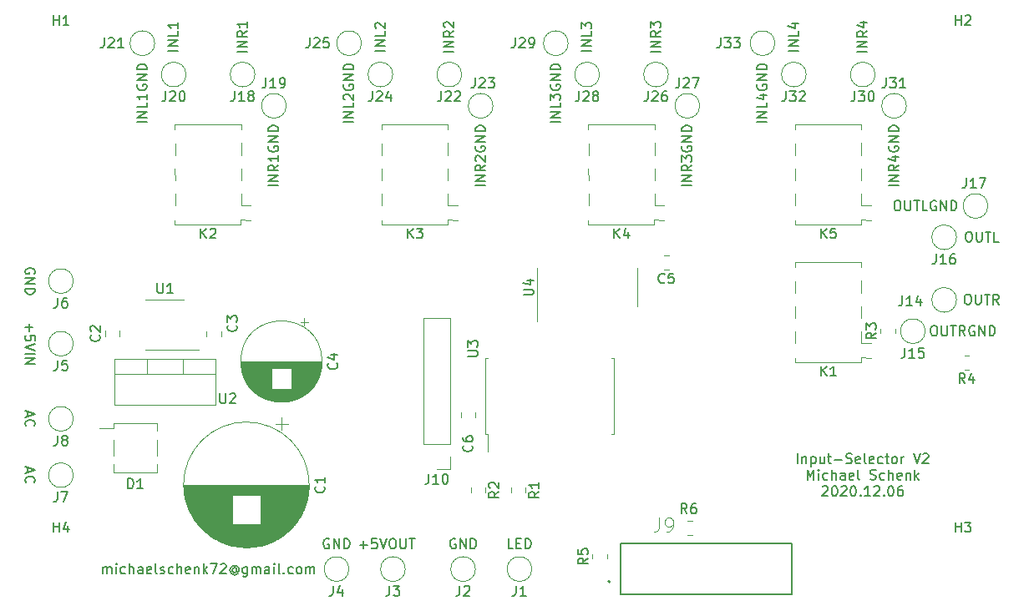
<source format=gbr>
G04 #@! TF.GenerationSoftware,KiCad,Pcbnew,(5.1.8-0-10_14)*
G04 #@! TF.CreationDate,2020-12-12T20:07:50+01:00*
G04 #@! TF.ProjectId,input-sel-v1,696e7075-742d-4736-956c-2d76312e6b69,rev?*
G04 #@! TF.SameCoordinates,Original*
G04 #@! TF.FileFunction,Legend,Top*
G04 #@! TF.FilePolarity,Positive*
%FSLAX46Y46*%
G04 Gerber Fmt 4.6, Leading zero omitted, Abs format (unit mm)*
G04 Created by KiCad (PCBNEW (5.1.8-0-10_14)) date 2020-12-12 20:07:50*
%MOMM*%
%LPD*%
G01*
G04 APERTURE LIST*
%ADD10C,0.150000*%
%ADD11C,0.120000*%
%ADD12C,0.127000*%
%ADD13C,0.200000*%
%ADD14C,0.015000*%
G04 APERTURE END LIST*
D10*
X193405952Y-93417380D02*
X193405952Y-92417380D01*
X193882142Y-92750714D02*
X193882142Y-93417380D01*
X193882142Y-92845952D02*
X193929761Y-92798333D01*
X194025000Y-92750714D01*
X194167857Y-92750714D01*
X194263095Y-92798333D01*
X194310714Y-92893571D01*
X194310714Y-93417380D01*
X194786904Y-92750714D02*
X194786904Y-93750714D01*
X194786904Y-92798333D02*
X194882142Y-92750714D01*
X195072619Y-92750714D01*
X195167857Y-92798333D01*
X195215476Y-92845952D01*
X195263095Y-92941190D01*
X195263095Y-93226904D01*
X195215476Y-93322142D01*
X195167857Y-93369761D01*
X195072619Y-93417380D01*
X194882142Y-93417380D01*
X194786904Y-93369761D01*
X196120238Y-92750714D02*
X196120238Y-93417380D01*
X195691666Y-92750714D02*
X195691666Y-93274523D01*
X195739285Y-93369761D01*
X195834523Y-93417380D01*
X195977380Y-93417380D01*
X196072619Y-93369761D01*
X196120238Y-93322142D01*
X196453571Y-92750714D02*
X196834523Y-92750714D01*
X196596428Y-92417380D02*
X196596428Y-93274523D01*
X196644047Y-93369761D01*
X196739285Y-93417380D01*
X196834523Y-93417380D01*
X197167857Y-93036428D02*
X197929761Y-93036428D01*
X198358333Y-93369761D02*
X198501190Y-93417380D01*
X198739285Y-93417380D01*
X198834523Y-93369761D01*
X198882142Y-93322142D01*
X198929761Y-93226904D01*
X198929761Y-93131666D01*
X198882142Y-93036428D01*
X198834523Y-92988809D01*
X198739285Y-92941190D01*
X198548809Y-92893571D01*
X198453571Y-92845952D01*
X198405952Y-92798333D01*
X198358333Y-92703095D01*
X198358333Y-92607857D01*
X198405952Y-92512619D01*
X198453571Y-92465000D01*
X198548809Y-92417380D01*
X198786904Y-92417380D01*
X198929761Y-92465000D01*
X199739285Y-93369761D02*
X199644047Y-93417380D01*
X199453571Y-93417380D01*
X199358333Y-93369761D01*
X199310714Y-93274523D01*
X199310714Y-92893571D01*
X199358333Y-92798333D01*
X199453571Y-92750714D01*
X199644047Y-92750714D01*
X199739285Y-92798333D01*
X199786904Y-92893571D01*
X199786904Y-92988809D01*
X199310714Y-93084047D01*
X200358333Y-93417380D02*
X200263095Y-93369761D01*
X200215476Y-93274523D01*
X200215476Y-92417380D01*
X201120238Y-93369761D02*
X201025000Y-93417380D01*
X200834523Y-93417380D01*
X200739285Y-93369761D01*
X200691666Y-93274523D01*
X200691666Y-92893571D01*
X200739285Y-92798333D01*
X200834523Y-92750714D01*
X201025000Y-92750714D01*
X201120238Y-92798333D01*
X201167857Y-92893571D01*
X201167857Y-92988809D01*
X200691666Y-93084047D01*
X202025000Y-93369761D02*
X201929761Y-93417380D01*
X201739285Y-93417380D01*
X201644047Y-93369761D01*
X201596428Y-93322142D01*
X201548809Y-93226904D01*
X201548809Y-92941190D01*
X201596428Y-92845952D01*
X201644047Y-92798333D01*
X201739285Y-92750714D01*
X201929761Y-92750714D01*
X202025000Y-92798333D01*
X202310714Y-92750714D02*
X202691666Y-92750714D01*
X202453571Y-92417380D02*
X202453571Y-93274523D01*
X202501190Y-93369761D01*
X202596428Y-93417380D01*
X202691666Y-93417380D01*
X203167857Y-93417380D02*
X203072619Y-93369761D01*
X203025000Y-93322142D01*
X202977380Y-93226904D01*
X202977380Y-92941190D01*
X203025000Y-92845952D01*
X203072619Y-92798333D01*
X203167857Y-92750714D01*
X203310714Y-92750714D01*
X203405952Y-92798333D01*
X203453571Y-92845952D01*
X203501190Y-92941190D01*
X203501190Y-93226904D01*
X203453571Y-93322142D01*
X203405952Y-93369761D01*
X203310714Y-93417380D01*
X203167857Y-93417380D01*
X203929761Y-93417380D02*
X203929761Y-92750714D01*
X203929761Y-92941190D02*
X203977380Y-92845952D01*
X204025000Y-92798333D01*
X204120238Y-92750714D01*
X204215476Y-92750714D01*
X205167857Y-92417380D02*
X205501190Y-93417380D01*
X205834523Y-92417380D01*
X206120238Y-92512619D02*
X206167857Y-92465000D01*
X206263095Y-92417380D01*
X206501190Y-92417380D01*
X206596428Y-92465000D01*
X206644047Y-92512619D01*
X206691666Y-92607857D01*
X206691666Y-92703095D01*
X206644047Y-92845952D01*
X206072619Y-93417380D01*
X206691666Y-93417380D01*
X194405952Y-95067380D02*
X194405952Y-94067380D01*
X194739285Y-94781666D01*
X195072619Y-94067380D01*
X195072619Y-95067380D01*
X195548809Y-95067380D02*
X195548809Y-94400714D01*
X195548809Y-94067380D02*
X195501190Y-94115000D01*
X195548809Y-94162619D01*
X195596428Y-94115000D01*
X195548809Y-94067380D01*
X195548809Y-94162619D01*
X196453571Y-95019761D02*
X196358333Y-95067380D01*
X196167857Y-95067380D01*
X196072619Y-95019761D01*
X196025000Y-94972142D01*
X195977380Y-94876904D01*
X195977380Y-94591190D01*
X196025000Y-94495952D01*
X196072619Y-94448333D01*
X196167857Y-94400714D01*
X196358333Y-94400714D01*
X196453571Y-94448333D01*
X196882142Y-95067380D02*
X196882142Y-94067380D01*
X197310714Y-95067380D02*
X197310714Y-94543571D01*
X197263095Y-94448333D01*
X197167857Y-94400714D01*
X197025000Y-94400714D01*
X196929761Y-94448333D01*
X196882142Y-94495952D01*
X198215476Y-95067380D02*
X198215476Y-94543571D01*
X198167857Y-94448333D01*
X198072619Y-94400714D01*
X197882142Y-94400714D01*
X197786904Y-94448333D01*
X198215476Y-95019761D02*
X198120238Y-95067380D01*
X197882142Y-95067380D01*
X197786904Y-95019761D01*
X197739285Y-94924523D01*
X197739285Y-94829285D01*
X197786904Y-94734047D01*
X197882142Y-94686428D01*
X198120238Y-94686428D01*
X198215476Y-94638809D01*
X199072619Y-95019761D02*
X198977380Y-95067380D01*
X198786904Y-95067380D01*
X198691666Y-95019761D01*
X198644047Y-94924523D01*
X198644047Y-94543571D01*
X198691666Y-94448333D01*
X198786904Y-94400714D01*
X198977380Y-94400714D01*
X199072619Y-94448333D01*
X199120238Y-94543571D01*
X199120238Y-94638809D01*
X198644047Y-94734047D01*
X199691666Y-95067380D02*
X199596428Y-95019761D01*
X199548809Y-94924523D01*
X199548809Y-94067380D01*
X200786904Y-95019761D02*
X200929761Y-95067380D01*
X201167857Y-95067380D01*
X201263095Y-95019761D01*
X201310714Y-94972142D01*
X201358333Y-94876904D01*
X201358333Y-94781666D01*
X201310714Y-94686428D01*
X201263095Y-94638809D01*
X201167857Y-94591190D01*
X200977380Y-94543571D01*
X200882142Y-94495952D01*
X200834523Y-94448333D01*
X200786904Y-94353095D01*
X200786904Y-94257857D01*
X200834523Y-94162619D01*
X200882142Y-94115000D01*
X200977380Y-94067380D01*
X201215476Y-94067380D01*
X201358333Y-94115000D01*
X202215476Y-95019761D02*
X202120238Y-95067380D01*
X201929761Y-95067380D01*
X201834523Y-95019761D01*
X201786904Y-94972142D01*
X201739285Y-94876904D01*
X201739285Y-94591190D01*
X201786904Y-94495952D01*
X201834523Y-94448333D01*
X201929761Y-94400714D01*
X202120238Y-94400714D01*
X202215476Y-94448333D01*
X202644047Y-95067380D02*
X202644047Y-94067380D01*
X203072619Y-95067380D02*
X203072619Y-94543571D01*
X203025000Y-94448333D01*
X202929761Y-94400714D01*
X202786904Y-94400714D01*
X202691666Y-94448333D01*
X202644047Y-94495952D01*
X203929761Y-95019761D02*
X203834523Y-95067380D01*
X203644047Y-95067380D01*
X203548809Y-95019761D01*
X203501190Y-94924523D01*
X203501190Y-94543571D01*
X203548809Y-94448333D01*
X203644047Y-94400714D01*
X203834523Y-94400714D01*
X203929761Y-94448333D01*
X203977380Y-94543571D01*
X203977380Y-94638809D01*
X203501190Y-94734047D01*
X204405952Y-94400714D02*
X204405952Y-95067380D01*
X204405952Y-94495952D02*
X204453571Y-94448333D01*
X204548809Y-94400714D01*
X204691666Y-94400714D01*
X204786904Y-94448333D01*
X204834523Y-94543571D01*
X204834523Y-95067380D01*
X205310714Y-95067380D02*
X205310714Y-94067380D01*
X205405952Y-94686428D02*
X205691666Y-95067380D01*
X205691666Y-94400714D02*
X205310714Y-94781666D01*
X195929761Y-95812619D02*
X195977380Y-95765000D01*
X196072619Y-95717380D01*
X196310714Y-95717380D01*
X196405952Y-95765000D01*
X196453571Y-95812619D01*
X196501190Y-95907857D01*
X196501190Y-96003095D01*
X196453571Y-96145952D01*
X195882142Y-96717380D01*
X196501190Y-96717380D01*
X197120238Y-95717380D02*
X197215476Y-95717380D01*
X197310714Y-95765000D01*
X197358333Y-95812619D01*
X197405952Y-95907857D01*
X197453571Y-96098333D01*
X197453571Y-96336428D01*
X197405952Y-96526904D01*
X197358333Y-96622142D01*
X197310714Y-96669761D01*
X197215476Y-96717380D01*
X197120238Y-96717380D01*
X197025000Y-96669761D01*
X196977380Y-96622142D01*
X196929761Y-96526904D01*
X196882142Y-96336428D01*
X196882142Y-96098333D01*
X196929761Y-95907857D01*
X196977380Y-95812619D01*
X197025000Y-95765000D01*
X197120238Y-95717380D01*
X197834523Y-95812619D02*
X197882142Y-95765000D01*
X197977380Y-95717380D01*
X198215476Y-95717380D01*
X198310714Y-95765000D01*
X198358333Y-95812619D01*
X198405952Y-95907857D01*
X198405952Y-96003095D01*
X198358333Y-96145952D01*
X197786904Y-96717380D01*
X198405952Y-96717380D01*
X199025000Y-95717380D02*
X199120238Y-95717380D01*
X199215476Y-95765000D01*
X199263095Y-95812619D01*
X199310714Y-95907857D01*
X199358333Y-96098333D01*
X199358333Y-96336428D01*
X199310714Y-96526904D01*
X199263095Y-96622142D01*
X199215476Y-96669761D01*
X199120238Y-96717380D01*
X199025000Y-96717380D01*
X198929761Y-96669761D01*
X198882142Y-96622142D01*
X198834523Y-96526904D01*
X198786904Y-96336428D01*
X198786904Y-96098333D01*
X198834523Y-95907857D01*
X198882142Y-95812619D01*
X198929761Y-95765000D01*
X199025000Y-95717380D01*
X199786904Y-96622142D02*
X199834523Y-96669761D01*
X199786904Y-96717380D01*
X199739285Y-96669761D01*
X199786904Y-96622142D01*
X199786904Y-96717380D01*
X200786904Y-96717380D02*
X200215476Y-96717380D01*
X200501190Y-96717380D02*
X200501190Y-95717380D01*
X200405952Y-95860238D01*
X200310714Y-95955476D01*
X200215476Y-96003095D01*
X201167857Y-95812619D02*
X201215476Y-95765000D01*
X201310714Y-95717380D01*
X201548809Y-95717380D01*
X201644047Y-95765000D01*
X201691666Y-95812619D01*
X201739285Y-95907857D01*
X201739285Y-96003095D01*
X201691666Y-96145952D01*
X201120238Y-96717380D01*
X201739285Y-96717380D01*
X202167857Y-96622142D02*
X202215476Y-96669761D01*
X202167857Y-96717380D01*
X202120238Y-96669761D01*
X202167857Y-96622142D01*
X202167857Y-96717380D01*
X202834523Y-95717380D02*
X202929761Y-95717380D01*
X203025000Y-95765000D01*
X203072619Y-95812619D01*
X203120238Y-95907857D01*
X203167857Y-96098333D01*
X203167857Y-96336428D01*
X203120238Y-96526904D01*
X203072619Y-96622142D01*
X203025000Y-96669761D01*
X202929761Y-96717380D01*
X202834523Y-96717380D01*
X202739285Y-96669761D01*
X202691666Y-96622142D01*
X202644047Y-96526904D01*
X202596428Y-96336428D01*
X202596428Y-96098333D01*
X202644047Y-95907857D01*
X202691666Y-95812619D01*
X202739285Y-95765000D01*
X202834523Y-95717380D01*
X204025000Y-95717380D02*
X203834523Y-95717380D01*
X203739285Y-95765000D01*
X203691666Y-95812619D01*
X203596428Y-95955476D01*
X203548809Y-96145952D01*
X203548809Y-96526904D01*
X203596428Y-96622142D01*
X203644047Y-96669761D01*
X203739285Y-96717380D01*
X203929761Y-96717380D01*
X204025000Y-96669761D01*
X204072619Y-96622142D01*
X204120238Y-96526904D01*
X204120238Y-96288809D01*
X204072619Y-96193571D01*
X204025000Y-96145952D01*
X203929761Y-96098333D01*
X203739285Y-96098333D01*
X203644047Y-96145952D01*
X203596428Y-96193571D01*
X203548809Y-96288809D01*
X207161190Y-79462380D02*
X207351666Y-79462380D01*
X207446904Y-79510000D01*
X207542142Y-79605238D01*
X207589761Y-79795714D01*
X207589761Y-80129047D01*
X207542142Y-80319523D01*
X207446904Y-80414761D01*
X207351666Y-80462380D01*
X207161190Y-80462380D01*
X207065952Y-80414761D01*
X206970714Y-80319523D01*
X206923095Y-80129047D01*
X206923095Y-79795714D01*
X206970714Y-79605238D01*
X207065952Y-79510000D01*
X207161190Y-79462380D01*
X208018333Y-79462380D02*
X208018333Y-80271904D01*
X208065952Y-80367142D01*
X208113571Y-80414761D01*
X208208809Y-80462380D01*
X208399285Y-80462380D01*
X208494523Y-80414761D01*
X208542142Y-80367142D01*
X208589761Y-80271904D01*
X208589761Y-79462380D01*
X208923095Y-79462380D02*
X209494523Y-79462380D01*
X209208809Y-80462380D02*
X209208809Y-79462380D01*
X210399285Y-80462380D02*
X210065952Y-79986190D01*
X209827857Y-80462380D02*
X209827857Y-79462380D01*
X210208809Y-79462380D01*
X210304047Y-79510000D01*
X210351666Y-79557619D01*
X210399285Y-79652857D01*
X210399285Y-79795714D01*
X210351666Y-79890952D01*
X210304047Y-79938571D01*
X210208809Y-79986190D01*
X209827857Y-79986190D01*
X211351666Y-79510000D02*
X211256428Y-79462380D01*
X211113571Y-79462380D01*
X210970714Y-79510000D01*
X210875476Y-79605238D01*
X210827857Y-79700476D01*
X210780238Y-79890952D01*
X210780238Y-80033809D01*
X210827857Y-80224285D01*
X210875476Y-80319523D01*
X210970714Y-80414761D01*
X211113571Y-80462380D01*
X211208809Y-80462380D01*
X211351666Y-80414761D01*
X211399285Y-80367142D01*
X211399285Y-80033809D01*
X211208809Y-80033809D01*
X211827857Y-80462380D02*
X211827857Y-79462380D01*
X212399285Y-80462380D01*
X212399285Y-79462380D01*
X212875476Y-80462380D02*
X212875476Y-79462380D01*
X213113571Y-79462380D01*
X213256428Y-79510000D01*
X213351666Y-79605238D01*
X213399285Y-79700476D01*
X213446904Y-79890952D01*
X213446904Y-80033809D01*
X213399285Y-80224285D01*
X213351666Y-80319523D01*
X213256428Y-80414761D01*
X213113571Y-80462380D01*
X212875476Y-80462380D01*
X203446428Y-66762380D02*
X203636904Y-66762380D01*
X203732142Y-66810000D01*
X203827380Y-66905238D01*
X203875000Y-67095714D01*
X203875000Y-67429047D01*
X203827380Y-67619523D01*
X203732142Y-67714761D01*
X203636904Y-67762380D01*
X203446428Y-67762380D01*
X203351190Y-67714761D01*
X203255952Y-67619523D01*
X203208333Y-67429047D01*
X203208333Y-67095714D01*
X203255952Y-66905238D01*
X203351190Y-66810000D01*
X203446428Y-66762380D01*
X204303571Y-66762380D02*
X204303571Y-67571904D01*
X204351190Y-67667142D01*
X204398809Y-67714761D01*
X204494047Y-67762380D01*
X204684523Y-67762380D01*
X204779761Y-67714761D01*
X204827380Y-67667142D01*
X204875000Y-67571904D01*
X204875000Y-66762380D01*
X205208333Y-66762380D02*
X205779761Y-66762380D01*
X205494047Y-67762380D02*
X205494047Y-66762380D01*
X206589285Y-67762380D02*
X206113095Y-67762380D01*
X206113095Y-66762380D01*
X207446428Y-66810000D02*
X207351190Y-66762380D01*
X207208333Y-66762380D01*
X207065476Y-66810000D01*
X206970238Y-66905238D01*
X206922619Y-67000476D01*
X206875000Y-67190952D01*
X206875000Y-67333809D01*
X206922619Y-67524285D01*
X206970238Y-67619523D01*
X207065476Y-67714761D01*
X207208333Y-67762380D01*
X207303571Y-67762380D01*
X207446428Y-67714761D01*
X207494047Y-67667142D01*
X207494047Y-67333809D01*
X207303571Y-67333809D01*
X207922619Y-67762380D02*
X207922619Y-66762380D01*
X208494047Y-67762380D01*
X208494047Y-66762380D01*
X208970238Y-67762380D02*
X208970238Y-66762380D01*
X209208333Y-66762380D01*
X209351190Y-66810000D01*
X209446428Y-66905238D01*
X209494047Y-67000476D01*
X209541666Y-67190952D01*
X209541666Y-67333809D01*
X209494047Y-67524285D01*
X209446428Y-67619523D01*
X209351190Y-67714761D01*
X209208333Y-67762380D01*
X208970238Y-67762380D01*
X193492380Y-51569761D02*
X192492380Y-51569761D01*
X193492380Y-51093571D02*
X192492380Y-51093571D01*
X193492380Y-50522142D01*
X192492380Y-50522142D01*
X193492380Y-49569761D02*
X193492380Y-50045952D01*
X192492380Y-50045952D01*
X192825714Y-48807857D02*
X193492380Y-48807857D01*
X192444761Y-49045952D02*
X193159047Y-49284047D01*
X193159047Y-48665000D01*
X190317380Y-58808571D02*
X189317380Y-58808571D01*
X190317380Y-58332380D02*
X189317380Y-58332380D01*
X190317380Y-57760952D01*
X189317380Y-57760952D01*
X190317380Y-56808571D02*
X190317380Y-57284761D01*
X189317380Y-57284761D01*
X189650714Y-56046666D02*
X190317380Y-56046666D01*
X189269761Y-56284761D02*
X189984047Y-56522857D01*
X189984047Y-55903809D01*
X189365000Y-54999047D02*
X189317380Y-55094285D01*
X189317380Y-55237142D01*
X189365000Y-55380000D01*
X189460238Y-55475238D01*
X189555476Y-55522857D01*
X189745952Y-55570476D01*
X189888809Y-55570476D01*
X190079285Y-55522857D01*
X190174523Y-55475238D01*
X190269761Y-55380000D01*
X190317380Y-55237142D01*
X190317380Y-55141904D01*
X190269761Y-54999047D01*
X190222142Y-54951428D01*
X189888809Y-54951428D01*
X189888809Y-55141904D01*
X190317380Y-54522857D02*
X189317380Y-54522857D01*
X190317380Y-53951428D01*
X189317380Y-53951428D01*
X190317380Y-53475238D02*
X189317380Y-53475238D01*
X189317380Y-53237142D01*
X189365000Y-53094285D01*
X189460238Y-52999047D01*
X189555476Y-52951428D01*
X189745952Y-52903809D01*
X189888809Y-52903809D01*
X190079285Y-52951428D01*
X190174523Y-52999047D01*
X190269761Y-53094285D01*
X190317380Y-53237142D01*
X190317380Y-53475238D01*
X200477380Y-51665000D02*
X199477380Y-51665000D01*
X200477380Y-51188809D02*
X199477380Y-51188809D01*
X200477380Y-50617380D01*
X199477380Y-50617380D01*
X200477380Y-49569761D02*
X200001190Y-49903095D01*
X200477380Y-50141190D02*
X199477380Y-50141190D01*
X199477380Y-49760238D01*
X199525000Y-49665000D01*
X199572619Y-49617380D01*
X199667857Y-49569761D01*
X199810714Y-49569761D01*
X199905952Y-49617380D01*
X199953571Y-49665000D01*
X200001190Y-49760238D01*
X200001190Y-50141190D01*
X199810714Y-48712619D02*
X200477380Y-48712619D01*
X199429761Y-48950714D02*
X200144047Y-49188809D01*
X200144047Y-48569761D01*
X203652380Y-65253809D02*
X202652380Y-65253809D01*
X203652380Y-64777619D02*
X202652380Y-64777619D01*
X203652380Y-64206190D01*
X202652380Y-64206190D01*
X203652380Y-63158571D02*
X203176190Y-63491904D01*
X203652380Y-63730000D02*
X202652380Y-63730000D01*
X202652380Y-63349047D01*
X202700000Y-63253809D01*
X202747619Y-63206190D01*
X202842857Y-63158571D01*
X202985714Y-63158571D01*
X203080952Y-63206190D01*
X203128571Y-63253809D01*
X203176190Y-63349047D01*
X203176190Y-63730000D01*
X202985714Y-62301428D02*
X203652380Y-62301428D01*
X202604761Y-62539523D02*
X203319047Y-62777619D01*
X203319047Y-62158571D01*
X202700000Y-61253809D02*
X202652380Y-61349047D01*
X202652380Y-61491904D01*
X202700000Y-61634761D01*
X202795238Y-61730000D01*
X202890476Y-61777619D01*
X203080952Y-61825238D01*
X203223809Y-61825238D01*
X203414285Y-61777619D01*
X203509523Y-61730000D01*
X203604761Y-61634761D01*
X203652380Y-61491904D01*
X203652380Y-61396666D01*
X203604761Y-61253809D01*
X203557142Y-61206190D01*
X203223809Y-61206190D01*
X203223809Y-61396666D01*
X203652380Y-60777619D02*
X202652380Y-60777619D01*
X203652380Y-60206190D01*
X202652380Y-60206190D01*
X203652380Y-59730000D02*
X202652380Y-59730000D01*
X202652380Y-59491904D01*
X202700000Y-59349047D01*
X202795238Y-59253809D01*
X202890476Y-59206190D01*
X203080952Y-59158571D01*
X203223809Y-59158571D01*
X203414285Y-59206190D01*
X203509523Y-59253809D01*
X203604761Y-59349047D01*
X203652380Y-59491904D01*
X203652380Y-59730000D01*
X179522380Y-51665000D02*
X178522380Y-51665000D01*
X179522380Y-51188809D02*
X178522380Y-51188809D01*
X179522380Y-50617380D01*
X178522380Y-50617380D01*
X179522380Y-49569761D02*
X179046190Y-49903095D01*
X179522380Y-50141190D02*
X178522380Y-50141190D01*
X178522380Y-49760238D01*
X178570000Y-49665000D01*
X178617619Y-49617380D01*
X178712857Y-49569761D01*
X178855714Y-49569761D01*
X178950952Y-49617380D01*
X178998571Y-49665000D01*
X179046190Y-49760238D01*
X179046190Y-50141190D01*
X178522380Y-49236428D02*
X178522380Y-48617380D01*
X178903333Y-48950714D01*
X178903333Y-48807857D01*
X178950952Y-48712619D01*
X178998571Y-48665000D01*
X179093809Y-48617380D01*
X179331904Y-48617380D01*
X179427142Y-48665000D01*
X179474761Y-48712619D01*
X179522380Y-48807857D01*
X179522380Y-49093571D01*
X179474761Y-49188809D01*
X179427142Y-49236428D01*
X172537380Y-51569761D02*
X171537380Y-51569761D01*
X172537380Y-51093571D02*
X171537380Y-51093571D01*
X172537380Y-50522142D01*
X171537380Y-50522142D01*
X172537380Y-49569761D02*
X172537380Y-50045952D01*
X171537380Y-50045952D01*
X171537380Y-49331666D02*
X171537380Y-48712619D01*
X171918333Y-49045952D01*
X171918333Y-48903095D01*
X171965952Y-48807857D01*
X172013571Y-48760238D01*
X172108809Y-48712619D01*
X172346904Y-48712619D01*
X172442142Y-48760238D01*
X172489761Y-48807857D01*
X172537380Y-48903095D01*
X172537380Y-49188809D01*
X172489761Y-49284047D01*
X172442142Y-49331666D01*
X169362380Y-58808571D02*
X168362380Y-58808571D01*
X169362380Y-58332380D02*
X168362380Y-58332380D01*
X169362380Y-57760952D01*
X168362380Y-57760952D01*
X169362380Y-56808571D02*
X169362380Y-57284761D01*
X168362380Y-57284761D01*
X168362380Y-56570476D02*
X168362380Y-55951428D01*
X168743333Y-56284761D01*
X168743333Y-56141904D01*
X168790952Y-56046666D01*
X168838571Y-55999047D01*
X168933809Y-55951428D01*
X169171904Y-55951428D01*
X169267142Y-55999047D01*
X169314761Y-56046666D01*
X169362380Y-56141904D01*
X169362380Y-56427619D01*
X169314761Y-56522857D01*
X169267142Y-56570476D01*
X168410000Y-54999047D02*
X168362380Y-55094285D01*
X168362380Y-55237142D01*
X168410000Y-55380000D01*
X168505238Y-55475238D01*
X168600476Y-55522857D01*
X168790952Y-55570476D01*
X168933809Y-55570476D01*
X169124285Y-55522857D01*
X169219523Y-55475238D01*
X169314761Y-55380000D01*
X169362380Y-55237142D01*
X169362380Y-55141904D01*
X169314761Y-54999047D01*
X169267142Y-54951428D01*
X168933809Y-54951428D01*
X168933809Y-55141904D01*
X169362380Y-54522857D02*
X168362380Y-54522857D01*
X169362380Y-53951428D01*
X168362380Y-53951428D01*
X169362380Y-53475238D02*
X168362380Y-53475238D01*
X168362380Y-53237142D01*
X168410000Y-53094285D01*
X168505238Y-52999047D01*
X168600476Y-52951428D01*
X168790952Y-52903809D01*
X168933809Y-52903809D01*
X169124285Y-52951428D01*
X169219523Y-52999047D01*
X169314761Y-53094285D01*
X169362380Y-53237142D01*
X169362380Y-53475238D01*
X182697380Y-65253809D02*
X181697380Y-65253809D01*
X182697380Y-64777619D02*
X181697380Y-64777619D01*
X182697380Y-64206190D01*
X181697380Y-64206190D01*
X182697380Y-63158571D02*
X182221190Y-63491904D01*
X182697380Y-63730000D02*
X181697380Y-63730000D01*
X181697380Y-63349047D01*
X181745000Y-63253809D01*
X181792619Y-63206190D01*
X181887857Y-63158571D01*
X182030714Y-63158571D01*
X182125952Y-63206190D01*
X182173571Y-63253809D01*
X182221190Y-63349047D01*
X182221190Y-63730000D01*
X181697380Y-62825238D02*
X181697380Y-62206190D01*
X182078333Y-62539523D01*
X182078333Y-62396666D01*
X182125952Y-62301428D01*
X182173571Y-62253809D01*
X182268809Y-62206190D01*
X182506904Y-62206190D01*
X182602142Y-62253809D01*
X182649761Y-62301428D01*
X182697380Y-62396666D01*
X182697380Y-62682380D01*
X182649761Y-62777619D01*
X182602142Y-62825238D01*
X181745000Y-61253809D02*
X181697380Y-61349047D01*
X181697380Y-61491904D01*
X181745000Y-61634761D01*
X181840238Y-61730000D01*
X181935476Y-61777619D01*
X182125952Y-61825238D01*
X182268809Y-61825238D01*
X182459285Y-61777619D01*
X182554523Y-61730000D01*
X182649761Y-61634761D01*
X182697380Y-61491904D01*
X182697380Y-61396666D01*
X182649761Y-61253809D01*
X182602142Y-61206190D01*
X182268809Y-61206190D01*
X182268809Y-61396666D01*
X182697380Y-60777619D02*
X181697380Y-60777619D01*
X182697380Y-60206190D01*
X181697380Y-60206190D01*
X182697380Y-59730000D02*
X181697380Y-59730000D01*
X181697380Y-59491904D01*
X181745000Y-59349047D01*
X181840238Y-59253809D01*
X181935476Y-59206190D01*
X182125952Y-59158571D01*
X182268809Y-59158571D01*
X182459285Y-59206190D01*
X182554523Y-59253809D01*
X182649761Y-59349047D01*
X182697380Y-59491904D01*
X182697380Y-59730000D01*
X148407380Y-58808571D02*
X147407380Y-58808571D01*
X148407380Y-58332380D02*
X147407380Y-58332380D01*
X148407380Y-57760952D01*
X147407380Y-57760952D01*
X148407380Y-56808571D02*
X148407380Y-57284761D01*
X147407380Y-57284761D01*
X147502619Y-56522857D02*
X147455000Y-56475238D01*
X147407380Y-56380000D01*
X147407380Y-56141904D01*
X147455000Y-56046666D01*
X147502619Y-55999047D01*
X147597857Y-55951428D01*
X147693095Y-55951428D01*
X147835952Y-55999047D01*
X148407380Y-56570476D01*
X148407380Y-55951428D01*
X147455000Y-54999047D02*
X147407380Y-55094285D01*
X147407380Y-55237142D01*
X147455000Y-55380000D01*
X147550238Y-55475238D01*
X147645476Y-55522857D01*
X147835952Y-55570476D01*
X147978809Y-55570476D01*
X148169285Y-55522857D01*
X148264523Y-55475238D01*
X148359761Y-55380000D01*
X148407380Y-55237142D01*
X148407380Y-55141904D01*
X148359761Y-54999047D01*
X148312142Y-54951428D01*
X147978809Y-54951428D01*
X147978809Y-55141904D01*
X148407380Y-54522857D02*
X147407380Y-54522857D01*
X148407380Y-53951428D01*
X147407380Y-53951428D01*
X148407380Y-53475238D02*
X147407380Y-53475238D01*
X147407380Y-53237142D01*
X147455000Y-53094285D01*
X147550238Y-52999047D01*
X147645476Y-52951428D01*
X147835952Y-52903809D01*
X147978809Y-52903809D01*
X148169285Y-52951428D01*
X148264523Y-52999047D01*
X148359761Y-53094285D01*
X148407380Y-53237142D01*
X148407380Y-53475238D01*
X151582380Y-51569761D02*
X150582380Y-51569761D01*
X151582380Y-51093571D02*
X150582380Y-51093571D01*
X151582380Y-50522142D01*
X150582380Y-50522142D01*
X151582380Y-49569761D02*
X151582380Y-50045952D01*
X150582380Y-50045952D01*
X150677619Y-49284047D02*
X150630000Y-49236428D01*
X150582380Y-49141190D01*
X150582380Y-48903095D01*
X150630000Y-48807857D01*
X150677619Y-48760238D01*
X150772857Y-48712619D01*
X150868095Y-48712619D01*
X151010952Y-48760238D01*
X151582380Y-49331666D01*
X151582380Y-48712619D01*
X158567380Y-51665000D02*
X157567380Y-51665000D01*
X158567380Y-51188809D02*
X157567380Y-51188809D01*
X158567380Y-50617380D01*
X157567380Y-50617380D01*
X158567380Y-49569761D02*
X158091190Y-49903095D01*
X158567380Y-50141190D02*
X157567380Y-50141190D01*
X157567380Y-49760238D01*
X157615000Y-49665000D01*
X157662619Y-49617380D01*
X157757857Y-49569761D01*
X157900714Y-49569761D01*
X157995952Y-49617380D01*
X158043571Y-49665000D01*
X158091190Y-49760238D01*
X158091190Y-50141190D01*
X157662619Y-49188809D02*
X157615000Y-49141190D01*
X157567380Y-49045952D01*
X157567380Y-48807857D01*
X157615000Y-48712619D01*
X157662619Y-48665000D01*
X157757857Y-48617380D01*
X157853095Y-48617380D01*
X157995952Y-48665000D01*
X158567380Y-49236428D01*
X158567380Y-48617380D01*
X161742380Y-65253809D02*
X160742380Y-65253809D01*
X161742380Y-64777619D02*
X160742380Y-64777619D01*
X161742380Y-64206190D01*
X160742380Y-64206190D01*
X161742380Y-63158571D02*
X161266190Y-63491904D01*
X161742380Y-63730000D02*
X160742380Y-63730000D01*
X160742380Y-63349047D01*
X160790000Y-63253809D01*
X160837619Y-63206190D01*
X160932857Y-63158571D01*
X161075714Y-63158571D01*
X161170952Y-63206190D01*
X161218571Y-63253809D01*
X161266190Y-63349047D01*
X161266190Y-63730000D01*
X160837619Y-62777619D02*
X160790000Y-62730000D01*
X160742380Y-62634761D01*
X160742380Y-62396666D01*
X160790000Y-62301428D01*
X160837619Y-62253809D01*
X160932857Y-62206190D01*
X161028095Y-62206190D01*
X161170952Y-62253809D01*
X161742380Y-62825238D01*
X161742380Y-62206190D01*
X160790000Y-61253809D02*
X160742380Y-61349047D01*
X160742380Y-61491904D01*
X160790000Y-61634761D01*
X160885238Y-61730000D01*
X160980476Y-61777619D01*
X161170952Y-61825238D01*
X161313809Y-61825238D01*
X161504285Y-61777619D01*
X161599523Y-61730000D01*
X161694761Y-61634761D01*
X161742380Y-61491904D01*
X161742380Y-61396666D01*
X161694761Y-61253809D01*
X161647142Y-61206190D01*
X161313809Y-61206190D01*
X161313809Y-61396666D01*
X161742380Y-60777619D02*
X160742380Y-60777619D01*
X161742380Y-60206190D01*
X160742380Y-60206190D01*
X161742380Y-59730000D02*
X160742380Y-59730000D01*
X160742380Y-59491904D01*
X160790000Y-59349047D01*
X160885238Y-59253809D01*
X160980476Y-59206190D01*
X161170952Y-59158571D01*
X161313809Y-59158571D01*
X161504285Y-59206190D01*
X161599523Y-59253809D01*
X161694761Y-59349047D01*
X161742380Y-59491904D01*
X161742380Y-59730000D01*
X137612380Y-51665000D02*
X136612380Y-51665000D01*
X137612380Y-51188809D02*
X136612380Y-51188809D01*
X137612380Y-50617380D01*
X136612380Y-50617380D01*
X137612380Y-49569761D02*
X137136190Y-49903095D01*
X137612380Y-50141190D02*
X136612380Y-50141190D01*
X136612380Y-49760238D01*
X136660000Y-49665000D01*
X136707619Y-49617380D01*
X136802857Y-49569761D01*
X136945714Y-49569761D01*
X137040952Y-49617380D01*
X137088571Y-49665000D01*
X137136190Y-49760238D01*
X137136190Y-50141190D01*
X137612380Y-48617380D02*
X137612380Y-49188809D01*
X137612380Y-48903095D02*
X136612380Y-48903095D01*
X136755238Y-48998333D01*
X136850476Y-49093571D01*
X136898095Y-49188809D01*
X130627380Y-51569761D02*
X129627380Y-51569761D01*
X130627380Y-51093571D02*
X129627380Y-51093571D01*
X130627380Y-50522142D01*
X129627380Y-50522142D01*
X130627380Y-49569761D02*
X130627380Y-50045952D01*
X129627380Y-50045952D01*
X130627380Y-48712619D02*
X130627380Y-49284047D01*
X130627380Y-48998333D02*
X129627380Y-48998333D01*
X129770238Y-49093571D01*
X129865476Y-49188809D01*
X129913095Y-49284047D01*
X140787380Y-65253809D02*
X139787380Y-65253809D01*
X140787380Y-64777619D02*
X139787380Y-64777619D01*
X140787380Y-64206190D01*
X139787380Y-64206190D01*
X140787380Y-63158571D02*
X140311190Y-63491904D01*
X140787380Y-63730000D02*
X139787380Y-63730000D01*
X139787380Y-63349047D01*
X139835000Y-63253809D01*
X139882619Y-63206190D01*
X139977857Y-63158571D01*
X140120714Y-63158571D01*
X140215952Y-63206190D01*
X140263571Y-63253809D01*
X140311190Y-63349047D01*
X140311190Y-63730000D01*
X140787380Y-62206190D02*
X140787380Y-62777619D01*
X140787380Y-62491904D02*
X139787380Y-62491904D01*
X139930238Y-62587142D01*
X140025476Y-62682380D01*
X140073095Y-62777619D01*
X139835000Y-61253809D02*
X139787380Y-61349047D01*
X139787380Y-61491904D01*
X139835000Y-61634761D01*
X139930238Y-61730000D01*
X140025476Y-61777619D01*
X140215952Y-61825238D01*
X140358809Y-61825238D01*
X140549285Y-61777619D01*
X140644523Y-61730000D01*
X140739761Y-61634761D01*
X140787380Y-61491904D01*
X140787380Y-61396666D01*
X140739761Y-61253809D01*
X140692142Y-61206190D01*
X140358809Y-61206190D01*
X140358809Y-61396666D01*
X140787380Y-60777619D02*
X139787380Y-60777619D01*
X140787380Y-60206190D01*
X139787380Y-60206190D01*
X140787380Y-59730000D02*
X139787380Y-59730000D01*
X139787380Y-59491904D01*
X139835000Y-59349047D01*
X139930238Y-59253809D01*
X140025476Y-59206190D01*
X140215952Y-59158571D01*
X140358809Y-59158571D01*
X140549285Y-59206190D01*
X140644523Y-59253809D01*
X140739761Y-59349047D01*
X140787380Y-59491904D01*
X140787380Y-59730000D01*
X127452380Y-58808571D02*
X126452380Y-58808571D01*
X127452380Y-58332380D02*
X126452380Y-58332380D01*
X127452380Y-57760952D01*
X126452380Y-57760952D01*
X127452380Y-56808571D02*
X127452380Y-57284761D01*
X126452380Y-57284761D01*
X127452380Y-55951428D02*
X127452380Y-56522857D01*
X127452380Y-56237142D02*
X126452380Y-56237142D01*
X126595238Y-56332380D01*
X126690476Y-56427619D01*
X126738095Y-56522857D01*
X126500000Y-54999047D02*
X126452380Y-55094285D01*
X126452380Y-55237142D01*
X126500000Y-55380000D01*
X126595238Y-55475238D01*
X126690476Y-55522857D01*
X126880952Y-55570476D01*
X127023809Y-55570476D01*
X127214285Y-55522857D01*
X127309523Y-55475238D01*
X127404761Y-55380000D01*
X127452380Y-55237142D01*
X127452380Y-55141904D01*
X127404761Y-54999047D01*
X127357142Y-54951428D01*
X127023809Y-54951428D01*
X127023809Y-55141904D01*
X127452380Y-54522857D02*
X126452380Y-54522857D01*
X127452380Y-53951428D01*
X126452380Y-53951428D01*
X127452380Y-53475238D02*
X126452380Y-53475238D01*
X126452380Y-53237142D01*
X126500000Y-53094285D01*
X126595238Y-52999047D01*
X126690476Y-52951428D01*
X126880952Y-52903809D01*
X127023809Y-52903809D01*
X127214285Y-52951428D01*
X127309523Y-52999047D01*
X127404761Y-53094285D01*
X127452380Y-53237142D01*
X127452380Y-53475238D01*
X158750095Y-101100000D02*
X158654857Y-101052380D01*
X158512000Y-101052380D01*
X158369142Y-101100000D01*
X158273904Y-101195238D01*
X158226285Y-101290476D01*
X158178666Y-101480952D01*
X158178666Y-101623809D01*
X158226285Y-101814285D01*
X158273904Y-101909523D01*
X158369142Y-102004761D01*
X158512000Y-102052380D01*
X158607238Y-102052380D01*
X158750095Y-102004761D01*
X158797714Y-101957142D01*
X158797714Y-101623809D01*
X158607238Y-101623809D01*
X159226285Y-102052380D02*
X159226285Y-101052380D01*
X159797714Y-102052380D01*
X159797714Y-101052380D01*
X160273904Y-102052380D02*
X160273904Y-101052380D01*
X160512000Y-101052380D01*
X160654857Y-101100000D01*
X160750095Y-101195238D01*
X160797714Y-101290476D01*
X160845333Y-101480952D01*
X160845333Y-101623809D01*
X160797714Y-101814285D01*
X160750095Y-101909523D01*
X160654857Y-102004761D01*
X160512000Y-102052380D01*
X160273904Y-102052380D01*
X145923095Y-101100000D02*
X145827857Y-101052380D01*
X145685000Y-101052380D01*
X145542142Y-101100000D01*
X145446904Y-101195238D01*
X145399285Y-101290476D01*
X145351666Y-101480952D01*
X145351666Y-101623809D01*
X145399285Y-101814285D01*
X145446904Y-101909523D01*
X145542142Y-102004761D01*
X145685000Y-102052380D01*
X145780238Y-102052380D01*
X145923095Y-102004761D01*
X145970714Y-101957142D01*
X145970714Y-101623809D01*
X145780238Y-101623809D01*
X146399285Y-102052380D02*
X146399285Y-101052380D01*
X146970714Y-102052380D01*
X146970714Y-101052380D01*
X147446904Y-102052380D02*
X147446904Y-101052380D01*
X147685000Y-101052380D01*
X147827857Y-101100000D01*
X147923095Y-101195238D01*
X147970714Y-101290476D01*
X148018333Y-101480952D01*
X148018333Y-101623809D01*
X147970714Y-101814285D01*
X147923095Y-101909523D01*
X147827857Y-102004761D01*
X147685000Y-102052380D01*
X147446904Y-102052380D01*
X164584142Y-102052380D02*
X164107952Y-102052380D01*
X164107952Y-101052380D01*
X164917476Y-101528571D02*
X165250809Y-101528571D01*
X165393666Y-102052380D02*
X164917476Y-102052380D01*
X164917476Y-101052380D01*
X165393666Y-101052380D01*
X165822238Y-102052380D02*
X165822238Y-101052380D01*
X166060333Y-101052380D01*
X166203190Y-101100000D01*
X166298428Y-101195238D01*
X166346047Y-101290476D01*
X166393666Y-101480952D01*
X166393666Y-101623809D01*
X166346047Y-101814285D01*
X166298428Y-101909523D01*
X166203190Y-102004761D01*
X166060333Y-102052380D01*
X165822238Y-102052380D01*
X149050714Y-101671428D02*
X149812619Y-101671428D01*
X149431666Y-102052380D02*
X149431666Y-101290476D01*
X150765000Y-101052380D02*
X150288809Y-101052380D01*
X150241190Y-101528571D01*
X150288809Y-101480952D01*
X150384047Y-101433333D01*
X150622142Y-101433333D01*
X150717380Y-101480952D01*
X150765000Y-101528571D01*
X150812619Y-101623809D01*
X150812619Y-101861904D01*
X150765000Y-101957142D01*
X150717380Y-102004761D01*
X150622142Y-102052380D01*
X150384047Y-102052380D01*
X150288809Y-102004761D01*
X150241190Y-101957142D01*
X151098333Y-101052380D02*
X151431666Y-102052380D01*
X151765000Y-101052380D01*
X152288809Y-101052380D02*
X152479285Y-101052380D01*
X152574523Y-101100000D01*
X152669761Y-101195238D01*
X152717380Y-101385714D01*
X152717380Y-101719047D01*
X152669761Y-101909523D01*
X152574523Y-102004761D01*
X152479285Y-102052380D01*
X152288809Y-102052380D01*
X152193571Y-102004761D01*
X152098333Y-101909523D01*
X152050714Y-101719047D01*
X152050714Y-101385714D01*
X152098333Y-101195238D01*
X152193571Y-101100000D01*
X152288809Y-101052380D01*
X153145952Y-101052380D02*
X153145952Y-101861904D01*
X153193571Y-101957142D01*
X153241190Y-102004761D01*
X153336428Y-102052380D01*
X153526904Y-102052380D01*
X153622142Y-102004761D01*
X153669761Y-101957142D01*
X153717380Y-101861904D01*
X153717380Y-101052380D01*
X154050714Y-101052380D02*
X154622142Y-101052380D01*
X154336428Y-102052380D02*
X154336428Y-101052380D01*
X123016714Y-104592380D02*
X123016714Y-103925714D01*
X123016714Y-104020952D02*
X123064333Y-103973333D01*
X123159571Y-103925714D01*
X123302428Y-103925714D01*
X123397666Y-103973333D01*
X123445285Y-104068571D01*
X123445285Y-104592380D01*
X123445285Y-104068571D02*
X123492904Y-103973333D01*
X123588142Y-103925714D01*
X123731000Y-103925714D01*
X123826238Y-103973333D01*
X123873857Y-104068571D01*
X123873857Y-104592380D01*
X124350047Y-104592380D02*
X124350047Y-103925714D01*
X124350047Y-103592380D02*
X124302428Y-103640000D01*
X124350047Y-103687619D01*
X124397666Y-103640000D01*
X124350047Y-103592380D01*
X124350047Y-103687619D01*
X125254809Y-104544761D02*
X125159571Y-104592380D01*
X124969095Y-104592380D01*
X124873857Y-104544761D01*
X124826238Y-104497142D01*
X124778619Y-104401904D01*
X124778619Y-104116190D01*
X124826238Y-104020952D01*
X124873857Y-103973333D01*
X124969095Y-103925714D01*
X125159571Y-103925714D01*
X125254809Y-103973333D01*
X125683380Y-104592380D02*
X125683380Y-103592380D01*
X126111952Y-104592380D02*
X126111952Y-104068571D01*
X126064333Y-103973333D01*
X125969095Y-103925714D01*
X125826238Y-103925714D01*
X125731000Y-103973333D01*
X125683380Y-104020952D01*
X127016714Y-104592380D02*
X127016714Y-104068571D01*
X126969095Y-103973333D01*
X126873857Y-103925714D01*
X126683380Y-103925714D01*
X126588142Y-103973333D01*
X127016714Y-104544761D02*
X126921476Y-104592380D01*
X126683380Y-104592380D01*
X126588142Y-104544761D01*
X126540523Y-104449523D01*
X126540523Y-104354285D01*
X126588142Y-104259047D01*
X126683380Y-104211428D01*
X126921476Y-104211428D01*
X127016714Y-104163809D01*
X127873857Y-104544761D02*
X127778619Y-104592380D01*
X127588142Y-104592380D01*
X127492904Y-104544761D01*
X127445285Y-104449523D01*
X127445285Y-104068571D01*
X127492904Y-103973333D01*
X127588142Y-103925714D01*
X127778619Y-103925714D01*
X127873857Y-103973333D01*
X127921476Y-104068571D01*
X127921476Y-104163809D01*
X127445285Y-104259047D01*
X128492904Y-104592380D02*
X128397666Y-104544761D01*
X128350047Y-104449523D01*
X128350047Y-103592380D01*
X128826238Y-104544761D02*
X128921476Y-104592380D01*
X129111952Y-104592380D01*
X129207190Y-104544761D01*
X129254809Y-104449523D01*
X129254809Y-104401904D01*
X129207190Y-104306666D01*
X129111952Y-104259047D01*
X128969095Y-104259047D01*
X128873857Y-104211428D01*
X128826238Y-104116190D01*
X128826238Y-104068571D01*
X128873857Y-103973333D01*
X128969095Y-103925714D01*
X129111952Y-103925714D01*
X129207190Y-103973333D01*
X130111952Y-104544761D02*
X130016714Y-104592380D01*
X129826238Y-104592380D01*
X129731000Y-104544761D01*
X129683380Y-104497142D01*
X129635761Y-104401904D01*
X129635761Y-104116190D01*
X129683380Y-104020952D01*
X129731000Y-103973333D01*
X129826238Y-103925714D01*
X130016714Y-103925714D01*
X130111952Y-103973333D01*
X130540523Y-104592380D02*
X130540523Y-103592380D01*
X130969095Y-104592380D02*
X130969095Y-104068571D01*
X130921476Y-103973333D01*
X130826238Y-103925714D01*
X130683380Y-103925714D01*
X130588142Y-103973333D01*
X130540523Y-104020952D01*
X131826238Y-104544761D02*
X131731000Y-104592380D01*
X131540523Y-104592380D01*
X131445285Y-104544761D01*
X131397666Y-104449523D01*
X131397666Y-104068571D01*
X131445285Y-103973333D01*
X131540523Y-103925714D01*
X131731000Y-103925714D01*
X131826238Y-103973333D01*
X131873857Y-104068571D01*
X131873857Y-104163809D01*
X131397666Y-104259047D01*
X132302428Y-103925714D02*
X132302428Y-104592380D01*
X132302428Y-104020952D02*
X132350047Y-103973333D01*
X132445285Y-103925714D01*
X132588142Y-103925714D01*
X132683380Y-103973333D01*
X132731000Y-104068571D01*
X132731000Y-104592380D01*
X133207190Y-104592380D02*
X133207190Y-103592380D01*
X133302428Y-104211428D02*
X133588142Y-104592380D01*
X133588142Y-103925714D02*
X133207190Y-104306666D01*
X133921476Y-103592380D02*
X134588142Y-103592380D01*
X134159571Y-104592380D01*
X134921476Y-103687619D02*
X134969095Y-103640000D01*
X135064333Y-103592380D01*
X135302428Y-103592380D01*
X135397666Y-103640000D01*
X135445285Y-103687619D01*
X135492904Y-103782857D01*
X135492904Y-103878095D01*
X135445285Y-104020952D01*
X134873857Y-104592380D01*
X135492904Y-104592380D01*
X136540523Y-104116190D02*
X136492904Y-104068571D01*
X136397666Y-104020952D01*
X136302428Y-104020952D01*
X136207190Y-104068571D01*
X136159571Y-104116190D01*
X136111952Y-104211428D01*
X136111952Y-104306666D01*
X136159571Y-104401904D01*
X136207190Y-104449523D01*
X136302428Y-104497142D01*
X136397666Y-104497142D01*
X136492904Y-104449523D01*
X136540523Y-104401904D01*
X136540523Y-104020952D02*
X136540523Y-104401904D01*
X136588142Y-104449523D01*
X136635761Y-104449523D01*
X136731000Y-104401904D01*
X136778619Y-104306666D01*
X136778619Y-104068571D01*
X136683380Y-103925714D01*
X136540523Y-103830476D01*
X136350047Y-103782857D01*
X136159571Y-103830476D01*
X136016714Y-103925714D01*
X135921476Y-104068571D01*
X135873857Y-104259047D01*
X135921476Y-104449523D01*
X136016714Y-104592380D01*
X136159571Y-104687619D01*
X136350047Y-104735238D01*
X136540523Y-104687619D01*
X136683380Y-104592380D01*
X137635761Y-103925714D02*
X137635761Y-104735238D01*
X137588142Y-104830476D01*
X137540523Y-104878095D01*
X137445285Y-104925714D01*
X137302428Y-104925714D01*
X137207190Y-104878095D01*
X137635761Y-104544761D02*
X137540523Y-104592380D01*
X137350047Y-104592380D01*
X137254809Y-104544761D01*
X137207190Y-104497142D01*
X137159571Y-104401904D01*
X137159571Y-104116190D01*
X137207190Y-104020952D01*
X137254809Y-103973333D01*
X137350047Y-103925714D01*
X137540523Y-103925714D01*
X137635761Y-103973333D01*
X138111952Y-104592380D02*
X138111952Y-103925714D01*
X138111952Y-104020952D02*
X138159571Y-103973333D01*
X138254809Y-103925714D01*
X138397666Y-103925714D01*
X138492904Y-103973333D01*
X138540523Y-104068571D01*
X138540523Y-104592380D01*
X138540523Y-104068571D02*
X138588142Y-103973333D01*
X138683380Y-103925714D01*
X138826238Y-103925714D01*
X138921476Y-103973333D01*
X138969095Y-104068571D01*
X138969095Y-104592380D01*
X139873857Y-104592380D02*
X139873857Y-104068571D01*
X139826238Y-103973333D01*
X139731000Y-103925714D01*
X139540523Y-103925714D01*
X139445285Y-103973333D01*
X139873857Y-104544761D02*
X139778619Y-104592380D01*
X139540523Y-104592380D01*
X139445285Y-104544761D01*
X139397666Y-104449523D01*
X139397666Y-104354285D01*
X139445285Y-104259047D01*
X139540523Y-104211428D01*
X139778619Y-104211428D01*
X139873857Y-104163809D01*
X140350047Y-104592380D02*
X140350047Y-103925714D01*
X140350047Y-103592380D02*
X140302428Y-103640000D01*
X140350047Y-103687619D01*
X140397666Y-103640000D01*
X140350047Y-103592380D01*
X140350047Y-103687619D01*
X140969095Y-104592380D02*
X140873857Y-104544761D01*
X140826238Y-104449523D01*
X140826238Y-103592380D01*
X141350047Y-104497142D02*
X141397666Y-104544761D01*
X141350047Y-104592380D01*
X141302428Y-104544761D01*
X141350047Y-104497142D01*
X141350047Y-104592380D01*
X142254809Y-104544761D02*
X142159571Y-104592380D01*
X141969095Y-104592380D01*
X141873857Y-104544761D01*
X141826238Y-104497142D01*
X141778619Y-104401904D01*
X141778619Y-104116190D01*
X141826238Y-104020952D01*
X141873857Y-103973333D01*
X141969095Y-103925714D01*
X142159571Y-103925714D01*
X142254809Y-103973333D01*
X142826238Y-104592380D02*
X142731000Y-104544761D01*
X142683380Y-104497142D01*
X142635761Y-104401904D01*
X142635761Y-104116190D01*
X142683380Y-104020952D01*
X142731000Y-103973333D01*
X142826238Y-103925714D01*
X142969095Y-103925714D01*
X143064333Y-103973333D01*
X143111952Y-104020952D01*
X143159571Y-104116190D01*
X143159571Y-104401904D01*
X143111952Y-104497142D01*
X143064333Y-104544761D01*
X142969095Y-104592380D01*
X142826238Y-104592380D01*
X143588142Y-104592380D02*
X143588142Y-103925714D01*
X143588142Y-104020952D02*
X143635761Y-103973333D01*
X143731000Y-103925714D01*
X143873857Y-103925714D01*
X143969095Y-103973333D01*
X144016714Y-104068571D01*
X144016714Y-104592380D01*
X144016714Y-104068571D02*
X144064333Y-103973333D01*
X144159571Y-103925714D01*
X144302428Y-103925714D01*
X144397666Y-103973333D01*
X144445285Y-104068571D01*
X144445285Y-104592380D01*
X116070000Y-74168095D02*
X116117619Y-74072857D01*
X116117619Y-73930000D01*
X116070000Y-73787142D01*
X115974761Y-73691904D01*
X115879523Y-73644285D01*
X115689047Y-73596666D01*
X115546190Y-73596666D01*
X115355714Y-73644285D01*
X115260476Y-73691904D01*
X115165238Y-73787142D01*
X115117619Y-73930000D01*
X115117619Y-74025238D01*
X115165238Y-74168095D01*
X115212857Y-74215714D01*
X115546190Y-74215714D01*
X115546190Y-74025238D01*
X115117619Y-74644285D02*
X116117619Y-74644285D01*
X115117619Y-75215714D01*
X116117619Y-75215714D01*
X115117619Y-75691904D02*
X116117619Y-75691904D01*
X116117619Y-75930000D01*
X116070000Y-76072857D01*
X115974761Y-76168095D01*
X115879523Y-76215714D01*
X115689047Y-76263333D01*
X115546190Y-76263333D01*
X115355714Y-76215714D01*
X115260476Y-76168095D01*
X115165238Y-76072857D01*
X115117619Y-75930000D01*
X115117619Y-75691904D01*
X115498571Y-79232380D02*
X115498571Y-79994285D01*
X115117619Y-79613333D02*
X115879523Y-79613333D01*
X116117619Y-80946666D02*
X116117619Y-80470476D01*
X115641428Y-80422857D01*
X115689047Y-80470476D01*
X115736666Y-80565714D01*
X115736666Y-80803809D01*
X115689047Y-80899047D01*
X115641428Y-80946666D01*
X115546190Y-80994285D01*
X115308095Y-80994285D01*
X115212857Y-80946666D01*
X115165238Y-80899047D01*
X115117619Y-80803809D01*
X115117619Y-80565714D01*
X115165238Y-80470476D01*
X115212857Y-80422857D01*
X116117619Y-81280000D02*
X115117619Y-81613333D01*
X116117619Y-81946666D01*
X115117619Y-82280000D02*
X116117619Y-82280000D01*
X115117619Y-82756190D02*
X116117619Y-82756190D01*
X115117619Y-83327619D01*
X116117619Y-83327619D01*
X115403333Y-93876904D02*
X115403333Y-94353095D01*
X115117619Y-93781666D02*
X116117619Y-94115000D01*
X115117619Y-94448333D01*
X115212857Y-95353095D02*
X115165238Y-95305476D01*
X115117619Y-95162619D01*
X115117619Y-95067380D01*
X115165238Y-94924523D01*
X115260476Y-94829285D01*
X115355714Y-94781666D01*
X115546190Y-94734047D01*
X115689047Y-94734047D01*
X115879523Y-94781666D01*
X115974761Y-94829285D01*
X116070000Y-94924523D01*
X116117619Y-95067380D01*
X116117619Y-95162619D01*
X116070000Y-95305476D01*
X116022380Y-95353095D01*
X115403333Y-88161904D02*
X115403333Y-88638095D01*
X115117619Y-88066666D02*
X116117619Y-88400000D01*
X115117619Y-88733333D01*
X115212857Y-89638095D02*
X115165238Y-89590476D01*
X115117619Y-89447619D01*
X115117619Y-89352380D01*
X115165238Y-89209523D01*
X115260476Y-89114285D01*
X115355714Y-89066666D01*
X115546190Y-89019047D01*
X115689047Y-89019047D01*
X115879523Y-89066666D01*
X115974761Y-89114285D01*
X116070000Y-89209523D01*
X116117619Y-89352380D01*
X116117619Y-89447619D01*
X116070000Y-89590476D01*
X116022380Y-89638095D01*
X210685238Y-69937380D02*
X210875714Y-69937380D01*
X210970952Y-69985000D01*
X211066190Y-70080238D01*
X211113809Y-70270714D01*
X211113809Y-70604047D01*
X211066190Y-70794523D01*
X210970952Y-70889761D01*
X210875714Y-70937380D01*
X210685238Y-70937380D01*
X210590000Y-70889761D01*
X210494761Y-70794523D01*
X210447142Y-70604047D01*
X210447142Y-70270714D01*
X210494761Y-70080238D01*
X210590000Y-69985000D01*
X210685238Y-69937380D01*
X211542380Y-69937380D02*
X211542380Y-70746904D01*
X211590000Y-70842142D01*
X211637619Y-70889761D01*
X211732857Y-70937380D01*
X211923333Y-70937380D01*
X212018571Y-70889761D01*
X212066190Y-70842142D01*
X212113809Y-70746904D01*
X212113809Y-69937380D01*
X212447142Y-69937380D02*
X213018571Y-69937380D01*
X212732857Y-70937380D02*
X212732857Y-69937380D01*
X213828095Y-70937380D02*
X213351904Y-70937380D01*
X213351904Y-69937380D01*
X210590000Y-76287380D02*
X210780476Y-76287380D01*
X210875714Y-76335000D01*
X210970952Y-76430238D01*
X211018571Y-76620714D01*
X211018571Y-76954047D01*
X210970952Y-77144523D01*
X210875714Y-77239761D01*
X210780476Y-77287380D01*
X210590000Y-77287380D01*
X210494761Y-77239761D01*
X210399523Y-77144523D01*
X210351904Y-76954047D01*
X210351904Y-76620714D01*
X210399523Y-76430238D01*
X210494761Y-76335000D01*
X210590000Y-76287380D01*
X211447142Y-76287380D02*
X211447142Y-77096904D01*
X211494761Y-77192142D01*
X211542380Y-77239761D01*
X211637619Y-77287380D01*
X211828095Y-77287380D01*
X211923333Y-77239761D01*
X211970952Y-77192142D01*
X212018571Y-77096904D01*
X212018571Y-76287380D01*
X212351904Y-76287380D02*
X212923333Y-76287380D01*
X212637619Y-77287380D02*
X212637619Y-76287380D01*
X213828095Y-77287380D02*
X213494761Y-76811190D01*
X213256666Y-77287380D02*
X213256666Y-76287380D01*
X213637619Y-76287380D01*
X213732857Y-76335000D01*
X213780476Y-76382619D01*
X213828095Y-76477857D01*
X213828095Y-76620714D01*
X213780476Y-76715952D01*
X213732857Y-76763571D01*
X213637619Y-76811190D01*
X213256666Y-76811190D01*
D11*
X124166000Y-82836000D02*
X134406000Y-82836000D01*
X124166000Y-87477000D02*
X134406000Y-87477000D01*
X124166000Y-82836000D02*
X124166000Y-87477000D01*
X134406000Y-82836000D02*
X134406000Y-87477000D01*
X124166000Y-84346000D02*
X134406000Y-84346000D01*
X127436000Y-82836000D02*
X127436000Y-84346000D01*
X131137000Y-82836000D02*
X131137000Y-84346000D01*
X124065000Y-94321000D02*
X124065000Y-93521000D01*
X128465000Y-94321000D02*
X124065000Y-94321000D01*
X128465000Y-93521000D02*
X128465000Y-94321000D01*
X128465000Y-89321000D02*
X124065000Y-89321000D01*
X128465000Y-90121000D02*
X128465000Y-89321000D01*
X124065000Y-91021000D02*
X124065000Y-92621000D01*
X128465000Y-91021000D02*
X128465000Y-92621000D01*
X124065000Y-89821000D02*
X122665000Y-89821000D01*
X124065000Y-89321000D02*
X124065000Y-89821000D01*
X143812000Y-79076302D02*
X143012000Y-79076302D01*
X143412000Y-78676302D02*
X143412000Y-79476302D01*
X141630000Y-87167000D02*
X140564000Y-87167000D01*
X141865000Y-87127000D02*
X140329000Y-87127000D01*
X142045000Y-87087000D02*
X140149000Y-87087000D01*
X142195000Y-87047000D02*
X139999000Y-87047000D01*
X142326000Y-87007000D02*
X139868000Y-87007000D01*
X142443000Y-86967000D02*
X139751000Y-86967000D01*
X142550000Y-86927000D02*
X139644000Y-86927000D01*
X142649000Y-86887000D02*
X139545000Y-86887000D01*
X142742000Y-86847000D02*
X139452000Y-86847000D01*
X142828000Y-86807000D02*
X139366000Y-86807000D01*
X142910000Y-86767000D02*
X139284000Y-86767000D01*
X142987000Y-86727000D02*
X139207000Y-86727000D01*
X143061000Y-86687000D02*
X139133000Y-86687000D01*
X143131000Y-86647000D02*
X139063000Y-86647000D01*
X143199000Y-86607000D02*
X138995000Y-86607000D01*
X143263000Y-86567000D02*
X138931000Y-86567000D01*
X143325000Y-86527000D02*
X138869000Y-86527000D01*
X143384000Y-86487000D02*
X138810000Y-86487000D01*
X143442000Y-86447000D02*
X138752000Y-86447000D01*
X143497000Y-86407000D02*
X138697000Y-86407000D01*
X143551000Y-86367000D02*
X138643000Y-86367000D01*
X143602000Y-86327000D02*
X138592000Y-86327000D01*
X143653000Y-86287000D02*
X138541000Y-86287000D01*
X143701000Y-86247000D02*
X138493000Y-86247000D01*
X143748000Y-86207000D02*
X138446000Y-86207000D01*
X143794000Y-86167000D02*
X138400000Y-86167000D01*
X143838000Y-86127000D02*
X138356000Y-86127000D01*
X143881000Y-86087000D02*
X138313000Y-86087000D01*
X143923000Y-86047000D02*
X138271000Y-86047000D01*
X143964000Y-86007000D02*
X138230000Y-86007000D01*
X144004000Y-85967000D02*
X138190000Y-85967000D01*
X144042000Y-85927000D02*
X138152000Y-85927000D01*
X144080000Y-85887000D02*
X138114000Y-85887000D01*
X140057000Y-85847000D02*
X138078000Y-85847000D01*
X144116000Y-85847000D02*
X142137000Y-85847000D01*
X140057000Y-85807000D02*
X138042000Y-85807000D01*
X144152000Y-85807000D02*
X142137000Y-85807000D01*
X140057000Y-85767000D02*
X138007000Y-85767000D01*
X144187000Y-85767000D02*
X142137000Y-85767000D01*
X140057000Y-85727000D02*
X137973000Y-85727000D01*
X144221000Y-85727000D02*
X142137000Y-85727000D01*
X140057000Y-85687000D02*
X137941000Y-85687000D01*
X144253000Y-85687000D02*
X142137000Y-85687000D01*
X140057000Y-85647000D02*
X137908000Y-85647000D01*
X144286000Y-85647000D02*
X142137000Y-85647000D01*
X140057000Y-85607000D02*
X137877000Y-85607000D01*
X144317000Y-85607000D02*
X142137000Y-85607000D01*
X140057000Y-85567000D02*
X137847000Y-85567000D01*
X144347000Y-85567000D02*
X142137000Y-85567000D01*
X140057000Y-85527000D02*
X137817000Y-85527000D01*
X144377000Y-85527000D02*
X142137000Y-85527000D01*
X140057000Y-85487000D02*
X137788000Y-85487000D01*
X144406000Y-85487000D02*
X142137000Y-85487000D01*
X140057000Y-85447000D02*
X137759000Y-85447000D01*
X144435000Y-85447000D02*
X142137000Y-85447000D01*
X140057000Y-85407000D02*
X137732000Y-85407000D01*
X144462000Y-85407000D02*
X142137000Y-85407000D01*
X140057000Y-85367000D02*
X137705000Y-85367000D01*
X144489000Y-85367000D02*
X142137000Y-85367000D01*
X140057000Y-85327000D02*
X137679000Y-85327000D01*
X144515000Y-85327000D02*
X142137000Y-85327000D01*
X140057000Y-85287000D02*
X137653000Y-85287000D01*
X144541000Y-85287000D02*
X142137000Y-85287000D01*
X140057000Y-85247000D02*
X137628000Y-85247000D01*
X144566000Y-85247000D02*
X142137000Y-85247000D01*
X140057000Y-85207000D02*
X137604000Y-85207000D01*
X144590000Y-85207000D02*
X142137000Y-85207000D01*
X140057000Y-85167000D02*
X137580000Y-85167000D01*
X144614000Y-85167000D02*
X142137000Y-85167000D01*
X140057000Y-85127000D02*
X137557000Y-85127000D01*
X144637000Y-85127000D02*
X142137000Y-85127000D01*
X140057000Y-85087000D02*
X137535000Y-85087000D01*
X144659000Y-85087000D02*
X142137000Y-85087000D01*
X140057000Y-85047000D02*
X137513000Y-85047000D01*
X144681000Y-85047000D02*
X142137000Y-85047000D01*
X140057000Y-85007000D02*
X137491000Y-85007000D01*
X144703000Y-85007000D02*
X142137000Y-85007000D01*
X140057000Y-84967000D02*
X137470000Y-84967000D01*
X144724000Y-84967000D02*
X142137000Y-84967000D01*
X140057000Y-84927000D02*
X137450000Y-84927000D01*
X144744000Y-84927000D02*
X142137000Y-84927000D01*
X140057000Y-84887000D02*
X137431000Y-84887000D01*
X144763000Y-84887000D02*
X142137000Y-84887000D01*
X140057000Y-84847000D02*
X137411000Y-84847000D01*
X144783000Y-84847000D02*
X142137000Y-84847000D01*
X140057000Y-84807000D02*
X137393000Y-84807000D01*
X144801000Y-84807000D02*
X142137000Y-84807000D01*
X140057000Y-84767000D02*
X137375000Y-84767000D01*
X144819000Y-84767000D02*
X142137000Y-84767000D01*
X140057000Y-84727000D02*
X137357000Y-84727000D01*
X144837000Y-84727000D02*
X142137000Y-84727000D01*
X140057000Y-84687000D02*
X137340000Y-84687000D01*
X144854000Y-84687000D02*
X142137000Y-84687000D01*
X140057000Y-84647000D02*
X137323000Y-84647000D01*
X144871000Y-84647000D02*
X142137000Y-84647000D01*
X140057000Y-84607000D02*
X137307000Y-84607000D01*
X144887000Y-84607000D02*
X142137000Y-84607000D01*
X140057000Y-84567000D02*
X137292000Y-84567000D01*
X144902000Y-84567000D02*
X142137000Y-84567000D01*
X140057000Y-84527000D02*
X137276000Y-84527000D01*
X144918000Y-84527000D02*
X142137000Y-84527000D01*
X140057000Y-84487000D02*
X137262000Y-84487000D01*
X144932000Y-84487000D02*
X142137000Y-84487000D01*
X140057000Y-84447000D02*
X137247000Y-84447000D01*
X144947000Y-84447000D02*
X142137000Y-84447000D01*
X140057000Y-84407000D02*
X137234000Y-84407000D01*
X144960000Y-84407000D02*
X142137000Y-84407000D01*
X140057000Y-84367000D02*
X137220000Y-84367000D01*
X144974000Y-84367000D02*
X142137000Y-84367000D01*
X140057000Y-84327000D02*
X137208000Y-84327000D01*
X144986000Y-84327000D02*
X142137000Y-84327000D01*
X140057000Y-84287000D02*
X137195000Y-84287000D01*
X144999000Y-84287000D02*
X142137000Y-84287000D01*
X140057000Y-84247000D02*
X137183000Y-84247000D01*
X145011000Y-84247000D02*
X142137000Y-84247000D01*
X140057000Y-84207000D02*
X137172000Y-84207000D01*
X145022000Y-84207000D02*
X142137000Y-84207000D01*
X140057000Y-84167000D02*
X137161000Y-84167000D01*
X145033000Y-84167000D02*
X142137000Y-84167000D01*
X140057000Y-84127000D02*
X137150000Y-84127000D01*
X145044000Y-84127000D02*
X142137000Y-84127000D01*
X140057000Y-84087000D02*
X137140000Y-84087000D01*
X145054000Y-84087000D02*
X142137000Y-84087000D01*
X140057000Y-84047000D02*
X137130000Y-84047000D01*
X145064000Y-84047000D02*
X142137000Y-84047000D01*
X140057000Y-84007000D02*
X137121000Y-84007000D01*
X145073000Y-84007000D02*
X142137000Y-84007000D01*
X140057000Y-83967000D02*
X137112000Y-83967000D01*
X145082000Y-83967000D02*
X142137000Y-83967000D01*
X140057000Y-83927000D02*
X137103000Y-83927000D01*
X145091000Y-83927000D02*
X142137000Y-83927000D01*
X140057000Y-83887000D02*
X137095000Y-83887000D01*
X145099000Y-83887000D02*
X142137000Y-83887000D01*
X140057000Y-83847000D02*
X137087000Y-83847000D01*
X145107000Y-83847000D02*
X142137000Y-83847000D01*
X140057000Y-83807000D02*
X137080000Y-83807000D01*
X145114000Y-83807000D02*
X142137000Y-83807000D01*
X145121000Y-83766000D02*
X137073000Y-83766000D01*
X145127000Y-83726000D02*
X137067000Y-83726000D01*
X145134000Y-83686000D02*
X137060000Y-83686000D01*
X145139000Y-83646000D02*
X137055000Y-83646000D01*
X145145000Y-83606000D02*
X137049000Y-83606000D01*
X145149000Y-83566000D02*
X137045000Y-83566000D01*
X145154000Y-83526000D02*
X137040000Y-83526000D01*
X145158000Y-83486000D02*
X137036000Y-83486000D01*
X145162000Y-83446000D02*
X137032000Y-83446000D01*
X145165000Y-83406000D02*
X137029000Y-83406000D01*
X145168000Y-83366000D02*
X137026000Y-83366000D01*
X145171000Y-83326000D02*
X137023000Y-83326000D01*
X145173000Y-83286000D02*
X137021000Y-83286000D01*
X145174000Y-83246000D02*
X137020000Y-83246000D01*
X145176000Y-83206000D02*
X137018000Y-83206000D01*
X145177000Y-83166000D02*
X137017000Y-83166000D01*
X145177000Y-83126000D02*
X137017000Y-83126000D01*
X145177000Y-83086000D02*
X137017000Y-83086000D01*
X145217000Y-83086000D02*
G75*
G03*
X145217000Y-83086000I-4120000J0D01*
G01*
X129286000Y-76815000D02*
X127336000Y-76815000D01*
X129286000Y-76815000D02*
X131236000Y-76815000D01*
X129286000Y-81935000D02*
X127336000Y-81935000D01*
X129286000Y-81935000D02*
X132736000Y-81935000D01*
X174785000Y-86565000D02*
X174785000Y-82705000D01*
X174785000Y-82705000D02*
X174550000Y-82705000D01*
X174785000Y-86565000D02*
X174785000Y-90425000D01*
X174785000Y-90425000D02*
X174550000Y-90425000D01*
X161765000Y-86565000D02*
X161765000Y-82705000D01*
X161765000Y-82705000D02*
X162000000Y-82705000D01*
X161765000Y-86565000D02*
X161765000Y-90425000D01*
X161765000Y-90425000D02*
X162000000Y-90425000D01*
X162000000Y-90425000D02*
X162000000Y-92240000D01*
X141741000Y-89398918D02*
X140491000Y-89398918D01*
X141116000Y-88773918D02*
X141116000Y-90023918D01*
X137858000Y-101952000D02*
X137224000Y-101952000D01*
X138298000Y-101912000D02*
X136784000Y-101912000D01*
X138569000Y-101872000D02*
X136513000Y-101872000D01*
X138782000Y-101832000D02*
X136300000Y-101832000D01*
X138963000Y-101792000D02*
X136119000Y-101792000D01*
X139124000Y-101752000D02*
X135958000Y-101752000D01*
X139269000Y-101712000D02*
X135813000Y-101712000D01*
X139402000Y-101672000D02*
X135680000Y-101672000D01*
X139525000Y-101632000D02*
X135557000Y-101632000D01*
X139641000Y-101592000D02*
X135441000Y-101592000D01*
X139750000Y-101552000D02*
X135332000Y-101552000D01*
X139853000Y-101512000D02*
X135229000Y-101512000D01*
X139951000Y-101472000D02*
X135131000Y-101472000D01*
X140045000Y-101432000D02*
X135037000Y-101432000D01*
X140135000Y-101392000D02*
X134947000Y-101392000D01*
X140222000Y-101352000D02*
X134860000Y-101352000D01*
X140305000Y-101312000D02*
X134777000Y-101312000D01*
X140385000Y-101272000D02*
X134697000Y-101272000D01*
X140462000Y-101232000D02*
X134620000Y-101232000D01*
X140537000Y-101192000D02*
X134545000Y-101192000D01*
X140610000Y-101152000D02*
X134472000Y-101152000D01*
X140681000Y-101112000D02*
X134401000Y-101112000D01*
X140749000Y-101072000D02*
X134333000Y-101072000D01*
X140816000Y-101032000D02*
X134266000Y-101032000D01*
X140880000Y-100992000D02*
X134202000Y-100992000D01*
X140943000Y-100952000D02*
X134139000Y-100952000D01*
X141005000Y-100912000D02*
X134077000Y-100912000D01*
X141065000Y-100872000D02*
X134017000Y-100872000D01*
X141124000Y-100832000D02*
X133958000Y-100832000D01*
X141181000Y-100792000D02*
X133901000Y-100792000D01*
X141237000Y-100752000D02*
X133845000Y-100752000D01*
X141291000Y-100712000D02*
X133791000Y-100712000D01*
X141345000Y-100672000D02*
X133737000Y-100672000D01*
X141397000Y-100632000D02*
X133685000Y-100632000D01*
X141448000Y-100592000D02*
X133634000Y-100592000D01*
X141498000Y-100552000D02*
X133584000Y-100552000D01*
X141548000Y-100512000D02*
X133534000Y-100512000D01*
X141596000Y-100472000D02*
X133486000Y-100472000D01*
X141643000Y-100432000D02*
X133439000Y-100432000D01*
X141689000Y-100392000D02*
X133393000Y-100392000D01*
X141735000Y-100352000D02*
X133347000Y-100352000D01*
X141779000Y-100312000D02*
X133303000Y-100312000D01*
X141823000Y-100272000D02*
X133259000Y-100272000D01*
X141866000Y-100232000D02*
X133216000Y-100232000D01*
X141908000Y-100192000D02*
X133174000Y-100192000D01*
X141949000Y-100152000D02*
X133133000Y-100152000D01*
X141990000Y-100112000D02*
X133092000Y-100112000D01*
X142030000Y-100072000D02*
X133052000Y-100072000D01*
X142069000Y-100032000D02*
X133013000Y-100032000D01*
X142108000Y-99992000D02*
X132974000Y-99992000D01*
X142146000Y-99952000D02*
X132936000Y-99952000D01*
X142183000Y-99912000D02*
X132899000Y-99912000D01*
X142219000Y-99872000D02*
X132863000Y-99872000D01*
X142255000Y-99832000D02*
X132827000Y-99832000D01*
X142291000Y-99792000D02*
X132791000Y-99792000D01*
X142326000Y-99752000D02*
X132756000Y-99752000D01*
X142360000Y-99712000D02*
X132722000Y-99712000D01*
X142393000Y-99672000D02*
X132689000Y-99672000D01*
X142426000Y-99632000D02*
X132656000Y-99632000D01*
X142459000Y-99592000D02*
X132623000Y-99592000D01*
X142491000Y-99552000D02*
X132591000Y-99552000D01*
X136101000Y-99512000D02*
X132559000Y-99512000D01*
X142523000Y-99512000D02*
X138981000Y-99512000D01*
X136101000Y-99472000D02*
X132529000Y-99472000D01*
X142553000Y-99472000D02*
X138981000Y-99472000D01*
X136101000Y-99432000D02*
X132498000Y-99432000D01*
X142584000Y-99432000D02*
X138981000Y-99432000D01*
X136101000Y-99392000D02*
X132468000Y-99392000D01*
X142614000Y-99392000D02*
X138981000Y-99392000D01*
X136101000Y-99352000D02*
X132439000Y-99352000D01*
X142643000Y-99352000D02*
X138981000Y-99352000D01*
X136101000Y-99312000D02*
X132410000Y-99312000D01*
X142672000Y-99312000D02*
X138981000Y-99312000D01*
X136101000Y-99272000D02*
X132381000Y-99272000D01*
X142701000Y-99272000D02*
X138981000Y-99272000D01*
X136101000Y-99232000D02*
X132353000Y-99232000D01*
X142729000Y-99232000D02*
X138981000Y-99232000D01*
X136101000Y-99192000D02*
X132325000Y-99192000D01*
X142757000Y-99192000D02*
X138981000Y-99192000D01*
X136101000Y-99152000D02*
X132298000Y-99152000D01*
X142784000Y-99152000D02*
X138981000Y-99152000D01*
X136101000Y-99112000D02*
X132271000Y-99112000D01*
X142811000Y-99112000D02*
X138981000Y-99112000D01*
X136101000Y-99072000D02*
X132245000Y-99072000D01*
X142837000Y-99072000D02*
X138981000Y-99072000D01*
X136101000Y-99032000D02*
X132219000Y-99032000D01*
X142863000Y-99032000D02*
X138981000Y-99032000D01*
X136101000Y-98992000D02*
X132194000Y-98992000D01*
X142888000Y-98992000D02*
X138981000Y-98992000D01*
X136101000Y-98952000D02*
X132169000Y-98952000D01*
X142913000Y-98952000D02*
X138981000Y-98952000D01*
X136101000Y-98912000D02*
X132144000Y-98912000D01*
X142938000Y-98912000D02*
X138981000Y-98912000D01*
X136101000Y-98872000D02*
X132120000Y-98872000D01*
X142962000Y-98872000D02*
X138981000Y-98872000D01*
X136101000Y-98832000D02*
X132096000Y-98832000D01*
X142986000Y-98832000D02*
X138981000Y-98832000D01*
X136101000Y-98792000D02*
X132073000Y-98792000D01*
X143009000Y-98792000D02*
X138981000Y-98792000D01*
X136101000Y-98752000D02*
X132050000Y-98752000D01*
X143032000Y-98752000D02*
X138981000Y-98752000D01*
X136101000Y-98712000D02*
X132027000Y-98712000D01*
X143055000Y-98712000D02*
X138981000Y-98712000D01*
X136101000Y-98672000D02*
X132005000Y-98672000D01*
X143077000Y-98672000D02*
X138981000Y-98672000D01*
X136101000Y-98632000D02*
X131983000Y-98632000D01*
X143099000Y-98632000D02*
X138981000Y-98632000D01*
X136101000Y-98592000D02*
X131961000Y-98592000D01*
X143121000Y-98592000D02*
X138981000Y-98592000D01*
X136101000Y-98552000D02*
X131940000Y-98552000D01*
X143142000Y-98552000D02*
X138981000Y-98552000D01*
X136101000Y-98512000D02*
X131919000Y-98512000D01*
X143163000Y-98512000D02*
X138981000Y-98512000D01*
X136101000Y-98472000D02*
X131899000Y-98472000D01*
X143183000Y-98472000D02*
X138981000Y-98472000D01*
X136101000Y-98432000D02*
X131879000Y-98432000D01*
X143203000Y-98432000D02*
X138981000Y-98432000D01*
X136101000Y-98392000D02*
X131859000Y-98392000D01*
X143223000Y-98392000D02*
X138981000Y-98392000D01*
X136101000Y-98352000D02*
X131839000Y-98352000D01*
X143243000Y-98352000D02*
X138981000Y-98352000D01*
X136101000Y-98312000D02*
X131820000Y-98312000D01*
X143262000Y-98312000D02*
X138981000Y-98312000D01*
X136101000Y-98272000D02*
X131802000Y-98272000D01*
X143280000Y-98272000D02*
X138981000Y-98272000D01*
X136101000Y-98232000D02*
X131783000Y-98232000D01*
X143299000Y-98232000D02*
X138981000Y-98232000D01*
X136101000Y-98192000D02*
X131765000Y-98192000D01*
X143317000Y-98192000D02*
X138981000Y-98192000D01*
X136101000Y-98152000D02*
X131748000Y-98152000D01*
X143334000Y-98152000D02*
X138981000Y-98152000D01*
X136101000Y-98112000D02*
X131730000Y-98112000D01*
X143352000Y-98112000D02*
X138981000Y-98112000D01*
X136101000Y-98072000D02*
X131713000Y-98072000D01*
X143369000Y-98072000D02*
X138981000Y-98072000D01*
X136101000Y-98032000D02*
X131696000Y-98032000D01*
X143386000Y-98032000D02*
X138981000Y-98032000D01*
X136101000Y-97992000D02*
X131680000Y-97992000D01*
X143402000Y-97992000D02*
X138981000Y-97992000D01*
X136101000Y-97952000D02*
X131664000Y-97952000D01*
X143418000Y-97952000D02*
X138981000Y-97952000D01*
X136101000Y-97912000D02*
X131648000Y-97912000D01*
X143434000Y-97912000D02*
X138981000Y-97912000D01*
X136101000Y-97872000D02*
X131633000Y-97872000D01*
X143449000Y-97872000D02*
X138981000Y-97872000D01*
X136101000Y-97832000D02*
X131617000Y-97832000D01*
X143465000Y-97832000D02*
X138981000Y-97832000D01*
X136101000Y-97792000D02*
X131602000Y-97792000D01*
X143480000Y-97792000D02*
X138981000Y-97792000D01*
X136101000Y-97752000D02*
X131588000Y-97752000D01*
X143494000Y-97752000D02*
X138981000Y-97752000D01*
X136101000Y-97712000D02*
X131574000Y-97712000D01*
X143508000Y-97712000D02*
X138981000Y-97712000D01*
X136101000Y-97672000D02*
X131560000Y-97672000D01*
X143522000Y-97672000D02*
X138981000Y-97672000D01*
X136101000Y-97632000D02*
X131546000Y-97632000D01*
X143536000Y-97632000D02*
X138981000Y-97632000D01*
X136101000Y-97592000D02*
X131533000Y-97592000D01*
X143549000Y-97592000D02*
X138981000Y-97592000D01*
X136101000Y-97552000D02*
X131520000Y-97552000D01*
X143562000Y-97552000D02*
X138981000Y-97552000D01*
X136101000Y-97512000D02*
X131507000Y-97512000D01*
X143575000Y-97512000D02*
X138981000Y-97512000D01*
X136101000Y-97472000D02*
X131494000Y-97472000D01*
X143588000Y-97472000D02*
X138981000Y-97472000D01*
X136101000Y-97432000D02*
X131482000Y-97432000D01*
X143600000Y-97432000D02*
X138981000Y-97432000D01*
X136101000Y-97392000D02*
X131470000Y-97392000D01*
X143612000Y-97392000D02*
X138981000Y-97392000D01*
X136101000Y-97352000D02*
X131458000Y-97352000D01*
X143624000Y-97352000D02*
X138981000Y-97352000D01*
X136101000Y-97312000D02*
X131447000Y-97312000D01*
X143635000Y-97312000D02*
X138981000Y-97312000D01*
X136101000Y-97272000D02*
X131436000Y-97272000D01*
X143646000Y-97272000D02*
X138981000Y-97272000D01*
X136101000Y-97232000D02*
X131425000Y-97232000D01*
X143657000Y-97232000D02*
X138981000Y-97232000D01*
X136101000Y-97192000D02*
X131415000Y-97192000D01*
X143667000Y-97192000D02*
X138981000Y-97192000D01*
X136101000Y-97152000D02*
X131404000Y-97152000D01*
X143678000Y-97152000D02*
X138981000Y-97152000D01*
X136101000Y-97112000D02*
X131395000Y-97112000D01*
X143687000Y-97112000D02*
X138981000Y-97112000D01*
X136101000Y-97072000D02*
X131385000Y-97072000D01*
X143697000Y-97072000D02*
X138981000Y-97072000D01*
X136101000Y-97032000D02*
X131375000Y-97032000D01*
X143707000Y-97032000D02*
X138981000Y-97032000D01*
X136101000Y-96992000D02*
X131366000Y-96992000D01*
X143716000Y-96992000D02*
X138981000Y-96992000D01*
X136101000Y-96952000D02*
X131357000Y-96952000D01*
X143725000Y-96952000D02*
X138981000Y-96952000D01*
X136101000Y-96912000D02*
X131349000Y-96912000D01*
X143733000Y-96912000D02*
X138981000Y-96912000D01*
X136101000Y-96872000D02*
X131340000Y-96872000D01*
X143742000Y-96872000D02*
X138981000Y-96872000D01*
X136101000Y-96832000D02*
X131332000Y-96832000D01*
X143750000Y-96832000D02*
X138981000Y-96832000D01*
X136101000Y-96792000D02*
X131325000Y-96792000D01*
X143757000Y-96792000D02*
X138981000Y-96792000D01*
X136101000Y-96752000D02*
X131317000Y-96752000D01*
X143765000Y-96752000D02*
X138981000Y-96752000D01*
X136101000Y-96712000D02*
X131310000Y-96712000D01*
X143772000Y-96712000D02*
X138981000Y-96712000D01*
X136101000Y-96672000D02*
X131303000Y-96672000D01*
X143779000Y-96672000D02*
X138981000Y-96672000D01*
X143786000Y-96632000D02*
X131296000Y-96632000D01*
X143793000Y-96592000D02*
X131289000Y-96592000D01*
X143799000Y-96552000D02*
X131283000Y-96552000D01*
X143805000Y-96512000D02*
X131277000Y-96512000D01*
X143810000Y-96472000D02*
X131272000Y-96472000D01*
X143816000Y-96432000D02*
X131266000Y-96432000D01*
X143821000Y-96392000D02*
X131261000Y-96392000D01*
X143826000Y-96352000D02*
X131256000Y-96352000D01*
X143831000Y-96312000D02*
X131251000Y-96312000D01*
X143835000Y-96271000D02*
X131247000Y-96271000D01*
X143839000Y-96231000D02*
X131243000Y-96231000D01*
X143843000Y-96191000D02*
X131239000Y-96191000D01*
X143847000Y-96151000D02*
X131235000Y-96151000D01*
X143850000Y-96111000D02*
X131232000Y-96111000D01*
X143853000Y-96071000D02*
X131229000Y-96071000D01*
X143856000Y-96031000D02*
X131226000Y-96031000D01*
X143859000Y-95991000D02*
X131223000Y-95991000D01*
X143861000Y-95951000D02*
X131221000Y-95951000D01*
X143863000Y-95911000D02*
X131219000Y-95911000D01*
X143865000Y-95871000D02*
X131217000Y-95871000D01*
X143867000Y-95831000D02*
X131215000Y-95831000D01*
X143868000Y-95791000D02*
X131214000Y-95791000D01*
X143869000Y-95751000D02*
X131213000Y-95751000D01*
X143870000Y-95711000D02*
X131212000Y-95711000D01*
X143871000Y-95671000D02*
X131211000Y-95671000D01*
X143871000Y-95631000D02*
X131211000Y-95631000D01*
X143871000Y-95591000D02*
X131211000Y-95591000D01*
X143911000Y-95591000D02*
G75*
G03*
X143911000Y-95591000I-6370000J0D01*
G01*
X167025000Y-75565000D02*
X167025000Y-79015000D01*
X167025000Y-75565000D02*
X167025000Y-73615000D01*
X177145000Y-75565000D02*
X177145000Y-77515000D01*
X177145000Y-75565000D02*
X177145000Y-73615000D01*
X182742064Y-99214000D02*
X182287936Y-99214000D01*
X182742064Y-100684000D02*
X182287936Y-100684000D01*
X174090000Y-103097064D02*
X174090000Y-102642936D01*
X172620000Y-103097064D02*
X172620000Y-102642936D01*
X210777064Y-82450000D02*
X210322936Y-82450000D01*
X210777064Y-83920000D02*
X210322936Y-83920000D01*
X203300000Y-80237064D02*
X203300000Y-79782936D01*
X201830000Y-80237064D02*
X201830000Y-79782936D01*
X160301000Y-95895936D02*
X160301000Y-96350064D01*
X161771000Y-95895936D02*
X161771000Y-96350064D01*
X164365000Y-95895936D02*
X164365000Y-96350064D01*
X165835000Y-95895936D02*
X165835000Y-96350064D01*
X199825000Y-69225000D02*
X193165000Y-69235000D01*
X193165000Y-69235000D02*
X193165000Y-68735000D01*
X193175000Y-67235000D02*
X193175000Y-66085000D01*
X193175000Y-64735000D02*
X193165000Y-63535000D01*
X193175000Y-62135000D02*
X193175000Y-60985000D01*
X193165000Y-59535000D02*
X193165000Y-59035000D01*
X193165000Y-59035000D02*
X199865000Y-59035000D01*
X199865000Y-59035000D02*
X199865000Y-59535000D01*
X199875000Y-60935000D02*
X199875000Y-62135000D01*
X199865000Y-63535000D02*
X199875000Y-64735000D01*
X199875000Y-66085000D02*
X199875000Y-67235000D01*
X199825000Y-69225000D02*
X199825000Y-68725000D01*
X199825000Y-68725000D02*
X200875000Y-68735000D01*
X199875000Y-67225000D02*
X200875000Y-67235000D01*
X178870000Y-69225000D02*
X172210000Y-69235000D01*
X172210000Y-69235000D02*
X172210000Y-68735000D01*
X172220000Y-67235000D02*
X172220000Y-66085000D01*
X172220000Y-64735000D02*
X172210000Y-63535000D01*
X172220000Y-62135000D02*
X172220000Y-60985000D01*
X172210000Y-59535000D02*
X172210000Y-59035000D01*
X172210000Y-59035000D02*
X178910000Y-59035000D01*
X178910000Y-59035000D02*
X178910000Y-59535000D01*
X178920000Y-60935000D02*
X178920000Y-62135000D01*
X178910000Y-63535000D02*
X178920000Y-64735000D01*
X178920000Y-66085000D02*
X178920000Y-67235000D01*
X178870000Y-69225000D02*
X178870000Y-68725000D01*
X178870000Y-68725000D02*
X179920000Y-68735000D01*
X178920000Y-67225000D02*
X179920000Y-67235000D01*
X157915000Y-69225000D02*
X151255000Y-69235000D01*
X151255000Y-69235000D02*
X151255000Y-68735000D01*
X151265000Y-67235000D02*
X151265000Y-66085000D01*
X151265000Y-64735000D02*
X151255000Y-63535000D01*
X151265000Y-62135000D02*
X151265000Y-60985000D01*
X151255000Y-59535000D02*
X151255000Y-59035000D01*
X151255000Y-59035000D02*
X157955000Y-59035000D01*
X157955000Y-59035000D02*
X157955000Y-59535000D01*
X157965000Y-60935000D02*
X157965000Y-62135000D01*
X157955000Y-63535000D02*
X157965000Y-64735000D01*
X157965000Y-66085000D02*
X157965000Y-67235000D01*
X157915000Y-69225000D02*
X157915000Y-68725000D01*
X157915000Y-68725000D02*
X158965000Y-68735000D01*
X157965000Y-67225000D02*
X158965000Y-67235000D01*
X136960000Y-69225000D02*
X130300000Y-69235000D01*
X130300000Y-69235000D02*
X130300000Y-68735000D01*
X130310000Y-67235000D02*
X130310000Y-66085000D01*
X130310000Y-64735000D02*
X130300000Y-63535000D01*
X130310000Y-62135000D02*
X130310000Y-60985000D01*
X130300000Y-59535000D02*
X130300000Y-59035000D01*
X130300000Y-59035000D02*
X137000000Y-59035000D01*
X137000000Y-59035000D02*
X137000000Y-59535000D01*
X137010000Y-60935000D02*
X137010000Y-62135000D01*
X137000000Y-63535000D02*
X137010000Y-64735000D01*
X137010000Y-66085000D02*
X137010000Y-67235000D01*
X136960000Y-69225000D02*
X136960000Y-68725000D01*
X136960000Y-68725000D02*
X138010000Y-68735000D01*
X137010000Y-67225000D02*
X138010000Y-67235000D01*
X199840000Y-83195000D02*
X193180000Y-83205000D01*
X193180000Y-83205000D02*
X193180000Y-82705000D01*
X193190000Y-81205000D02*
X193190000Y-80055000D01*
X193190000Y-78705000D02*
X193180000Y-77505000D01*
X193190000Y-76105000D02*
X193190000Y-74955000D01*
X193180000Y-73505000D02*
X193180000Y-73005000D01*
X193180000Y-73005000D02*
X199880000Y-73005000D01*
X199880000Y-73005000D02*
X199880000Y-73505000D01*
X199890000Y-74905000D02*
X199890000Y-76105000D01*
X199880000Y-77505000D02*
X199890000Y-78705000D01*
X199890000Y-80055000D02*
X199890000Y-81205000D01*
X199840000Y-83195000D02*
X199840000Y-82695000D01*
X199840000Y-82695000D02*
X200890000Y-82705000D01*
X199890000Y-81195000D02*
X200890000Y-81205000D01*
X191116000Y-50800000D02*
G75*
G03*
X191116000Y-50800000I-1251000J0D01*
G01*
X194291000Y-53975000D02*
G75*
G03*
X194291000Y-53975000I-1251000J0D01*
G01*
X204451000Y-57150000D02*
G75*
G03*
X204451000Y-57150000I-1251000J0D01*
G01*
X201276000Y-53975000D02*
G75*
G03*
X201276000Y-53975000I-1251000J0D01*
G01*
X170161000Y-50800000D02*
G75*
G03*
X170161000Y-50800000I-1251000J0D01*
G01*
X173336000Y-53975000D02*
G75*
G03*
X173336000Y-53975000I-1251000J0D01*
G01*
X183496000Y-57150000D02*
G75*
G03*
X183496000Y-57150000I-1251000J0D01*
G01*
X180321000Y-53975000D02*
G75*
G03*
X180321000Y-53975000I-1251000J0D01*
G01*
X149206000Y-50800000D02*
G75*
G03*
X149206000Y-50800000I-1251000J0D01*
G01*
X152381000Y-53975000D02*
G75*
G03*
X152381000Y-53975000I-1251000J0D01*
G01*
X162541000Y-57150000D02*
G75*
G03*
X162541000Y-57150000I-1251000J0D01*
G01*
X159366000Y-53975000D02*
G75*
G03*
X159366000Y-53975000I-1251000J0D01*
G01*
X128251000Y-50800000D02*
G75*
G03*
X128251000Y-50800000I-1251000J0D01*
G01*
X131426000Y-53975000D02*
G75*
G03*
X131426000Y-53975000I-1251000J0D01*
G01*
X141586000Y-57150000D02*
G75*
G03*
X141586000Y-57150000I-1251000J0D01*
G01*
X138411000Y-53975000D02*
G75*
G03*
X138411000Y-53975000I-1251000J0D01*
G01*
X212706000Y-67310000D02*
G75*
G03*
X212706000Y-67310000I-1251000J0D01*
G01*
X209531000Y-70485000D02*
G75*
G03*
X209531000Y-70485000I-1251000J0D01*
G01*
X206356000Y-80010000D02*
G75*
G03*
X206356000Y-80010000I-1251000J0D01*
G01*
X209531000Y-76835000D02*
G75*
G03*
X209531000Y-76835000I-1251000J0D01*
G01*
X158175000Y-94040000D02*
X156845000Y-94040000D01*
X158175000Y-92710000D02*
X158175000Y-94040000D01*
X158175000Y-91440000D02*
X155515000Y-91440000D01*
X155515000Y-91440000D02*
X155515000Y-78680000D01*
X158175000Y-91440000D02*
X158175000Y-78680000D01*
X158175000Y-78680000D02*
X155515000Y-78680000D01*
D12*
X175450000Y-106740000D02*
X175450000Y-101540000D01*
X192850000Y-106740000D02*
X175450000Y-106740000D01*
X192850000Y-101540000D02*
X192850000Y-106740000D01*
X175450000Y-101540000D02*
X192850000Y-101540000D01*
D13*
X174405000Y-105410000D02*
G75*
G03*
X174405000Y-105410000I-100000J0D01*
G01*
D11*
X119996000Y-88900000D02*
G75*
G03*
X119996000Y-88900000I-1251000J0D01*
G01*
X119996000Y-94615000D02*
G75*
G03*
X119996000Y-94615000I-1251000J0D01*
G01*
X119996000Y-74930000D02*
G75*
G03*
X119996000Y-74930000I-1251000J0D01*
G01*
X119996000Y-81280000D02*
G75*
G03*
X119996000Y-81280000I-1251000J0D01*
G01*
X147936000Y-104140000D02*
G75*
G03*
X147936000Y-104140000I-1251000J0D01*
G01*
X153651000Y-104140000D02*
G75*
G03*
X153651000Y-104140000I-1251000J0D01*
G01*
X160763000Y-104140000D02*
G75*
G03*
X160763000Y-104140000I-1251000J0D01*
G01*
X166478000Y-104140000D02*
G75*
G03*
X166478000Y-104140000I-1251000J0D01*
G01*
X160755000Y-88780252D02*
X160755000Y-88257748D01*
X159285000Y-88780252D02*
X159285000Y-88257748D01*
X180368752Y-72290000D02*
X179846248Y-72290000D01*
X180368752Y-73760000D02*
X179846248Y-73760000D01*
X134974000Y-80525252D02*
X134974000Y-80002748D01*
X133504000Y-80525252D02*
X133504000Y-80002748D01*
X124687000Y-80503752D02*
X124687000Y-79981248D01*
X123217000Y-80503752D02*
X123217000Y-79981248D01*
D10*
X134874095Y-86320380D02*
X134874095Y-87129904D01*
X134921714Y-87225142D01*
X134969333Y-87272761D01*
X135064571Y-87320380D01*
X135255047Y-87320380D01*
X135350285Y-87272761D01*
X135397904Y-87225142D01*
X135445523Y-87129904D01*
X135445523Y-86320380D01*
X135874095Y-86415619D02*
X135921714Y-86368000D01*
X136016952Y-86320380D01*
X136255047Y-86320380D01*
X136350285Y-86368000D01*
X136397904Y-86415619D01*
X136445523Y-86510857D01*
X136445523Y-86606095D01*
X136397904Y-86748952D01*
X135826476Y-87320380D01*
X136445523Y-87320380D01*
X125526904Y-95956380D02*
X125526904Y-94956380D01*
X125765000Y-94956380D01*
X125907857Y-95004000D01*
X126003095Y-95099238D01*
X126050714Y-95194476D01*
X126098333Y-95384952D01*
X126098333Y-95527809D01*
X126050714Y-95718285D01*
X126003095Y-95813523D01*
X125907857Y-95908761D01*
X125765000Y-95956380D01*
X125526904Y-95956380D01*
X127050714Y-95956380D02*
X126479285Y-95956380D01*
X126765000Y-95956380D02*
X126765000Y-94956380D01*
X126669761Y-95099238D01*
X126574523Y-95194476D01*
X126479285Y-95242095D01*
X146704142Y-83252666D02*
X146751761Y-83300285D01*
X146799380Y-83443142D01*
X146799380Y-83538380D01*
X146751761Y-83681238D01*
X146656523Y-83776476D01*
X146561285Y-83824095D01*
X146370809Y-83871714D01*
X146227952Y-83871714D01*
X146037476Y-83824095D01*
X145942238Y-83776476D01*
X145847000Y-83681238D01*
X145799380Y-83538380D01*
X145799380Y-83443142D01*
X145847000Y-83300285D01*
X145894619Y-83252666D01*
X146132714Y-82395523D02*
X146799380Y-82395523D01*
X145751761Y-82633619D02*
X146466047Y-82871714D01*
X146466047Y-82252666D01*
X128524095Y-75144380D02*
X128524095Y-75953904D01*
X128571714Y-76049142D01*
X128619333Y-76096761D01*
X128714571Y-76144380D01*
X128905047Y-76144380D01*
X129000285Y-76096761D01*
X129047904Y-76049142D01*
X129095523Y-75953904D01*
X129095523Y-75144380D01*
X130095523Y-76144380D02*
X129524095Y-76144380D01*
X129809809Y-76144380D02*
X129809809Y-75144380D01*
X129714571Y-75287238D01*
X129619333Y-75382476D01*
X129524095Y-75430095D01*
X159980380Y-82549904D02*
X160789904Y-82549904D01*
X160885142Y-82502285D01*
X160932761Y-82454666D01*
X160980380Y-82359428D01*
X160980380Y-82168952D01*
X160932761Y-82073714D01*
X160885142Y-82026095D01*
X160789904Y-81978476D01*
X159980380Y-81978476D01*
X159980380Y-81597523D02*
X159980380Y-80978476D01*
X160361333Y-81311809D01*
X160361333Y-81168952D01*
X160408952Y-81073714D01*
X160456571Y-81026095D01*
X160551809Y-80978476D01*
X160789904Y-80978476D01*
X160885142Y-81026095D01*
X160932761Y-81073714D01*
X160980380Y-81168952D01*
X160980380Y-81454666D01*
X160932761Y-81549904D01*
X160885142Y-81597523D01*
X145398142Y-95757666D02*
X145445761Y-95805285D01*
X145493380Y-95948142D01*
X145493380Y-96043380D01*
X145445761Y-96186238D01*
X145350523Y-96281476D01*
X145255285Y-96329095D01*
X145064809Y-96376714D01*
X144921952Y-96376714D01*
X144731476Y-96329095D01*
X144636238Y-96281476D01*
X144541000Y-96186238D01*
X144493380Y-96043380D01*
X144493380Y-95948142D01*
X144541000Y-95805285D01*
X144588619Y-95757666D01*
X145493380Y-94805285D02*
X145493380Y-95376714D01*
X145493380Y-95091000D02*
X144493380Y-95091000D01*
X144636238Y-95186238D01*
X144731476Y-95281476D01*
X144779095Y-95376714D01*
X165637380Y-76326904D02*
X166446904Y-76326904D01*
X166542142Y-76279285D01*
X166589761Y-76231666D01*
X166637380Y-76136428D01*
X166637380Y-75945952D01*
X166589761Y-75850714D01*
X166542142Y-75803095D01*
X166446904Y-75755476D01*
X165637380Y-75755476D01*
X165970714Y-74850714D02*
X166637380Y-74850714D01*
X165589761Y-75088809D02*
X166304047Y-75326904D01*
X166304047Y-74707857D01*
X182205333Y-98496380D02*
X181872000Y-98020190D01*
X181633904Y-98496380D02*
X181633904Y-97496380D01*
X182014857Y-97496380D01*
X182110095Y-97544000D01*
X182157714Y-97591619D01*
X182205333Y-97686857D01*
X182205333Y-97829714D01*
X182157714Y-97924952D01*
X182110095Y-97972571D01*
X182014857Y-98020190D01*
X181633904Y-98020190D01*
X183062476Y-97496380D02*
X182872000Y-97496380D01*
X182776761Y-97544000D01*
X182729142Y-97591619D01*
X182633904Y-97734476D01*
X182586285Y-97924952D01*
X182586285Y-98305904D01*
X182633904Y-98401142D01*
X182681523Y-98448761D01*
X182776761Y-98496380D01*
X182967238Y-98496380D01*
X183062476Y-98448761D01*
X183110095Y-98401142D01*
X183157714Y-98305904D01*
X183157714Y-98067809D01*
X183110095Y-97972571D01*
X183062476Y-97924952D01*
X182967238Y-97877333D01*
X182776761Y-97877333D01*
X182681523Y-97924952D01*
X182633904Y-97972571D01*
X182586285Y-98067809D01*
X172157380Y-103036666D02*
X171681190Y-103370000D01*
X172157380Y-103608095D02*
X171157380Y-103608095D01*
X171157380Y-103227142D01*
X171205000Y-103131904D01*
X171252619Y-103084285D01*
X171347857Y-103036666D01*
X171490714Y-103036666D01*
X171585952Y-103084285D01*
X171633571Y-103131904D01*
X171681190Y-103227142D01*
X171681190Y-103608095D01*
X171157380Y-102131904D02*
X171157380Y-102608095D01*
X171633571Y-102655714D01*
X171585952Y-102608095D01*
X171538333Y-102512857D01*
X171538333Y-102274761D01*
X171585952Y-102179523D01*
X171633571Y-102131904D01*
X171728809Y-102084285D01*
X171966904Y-102084285D01*
X172062142Y-102131904D01*
X172109761Y-102179523D01*
X172157380Y-102274761D01*
X172157380Y-102512857D01*
X172109761Y-102608095D01*
X172062142Y-102655714D01*
X210383333Y-85287380D02*
X210050000Y-84811190D01*
X209811904Y-85287380D02*
X209811904Y-84287380D01*
X210192857Y-84287380D01*
X210288095Y-84335000D01*
X210335714Y-84382619D01*
X210383333Y-84477857D01*
X210383333Y-84620714D01*
X210335714Y-84715952D01*
X210288095Y-84763571D01*
X210192857Y-84811190D01*
X209811904Y-84811190D01*
X211240476Y-84620714D02*
X211240476Y-85287380D01*
X211002380Y-84239761D02*
X210764285Y-84954047D01*
X211383333Y-84954047D01*
X201367380Y-80176666D02*
X200891190Y-80510000D01*
X201367380Y-80748095D02*
X200367380Y-80748095D01*
X200367380Y-80367142D01*
X200415000Y-80271904D01*
X200462619Y-80224285D01*
X200557857Y-80176666D01*
X200700714Y-80176666D01*
X200795952Y-80224285D01*
X200843571Y-80271904D01*
X200891190Y-80367142D01*
X200891190Y-80748095D01*
X200367380Y-79843333D02*
X200367380Y-79224285D01*
X200748333Y-79557619D01*
X200748333Y-79414761D01*
X200795952Y-79319523D01*
X200843571Y-79271904D01*
X200938809Y-79224285D01*
X201176904Y-79224285D01*
X201272142Y-79271904D01*
X201319761Y-79319523D01*
X201367380Y-79414761D01*
X201367380Y-79700476D01*
X201319761Y-79795714D01*
X201272142Y-79843333D01*
X163138380Y-96289666D02*
X162662190Y-96623000D01*
X163138380Y-96861095D02*
X162138380Y-96861095D01*
X162138380Y-96480142D01*
X162186000Y-96384904D01*
X162233619Y-96337285D01*
X162328857Y-96289666D01*
X162471714Y-96289666D01*
X162566952Y-96337285D01*
X162614571Y-96384904D01*
X162662190Y-96480142D01*
X162662190Y-96861095D01*
X162233619Y-95908714D02*
X162186000Y-95861095D01*
X162138380Y-95765857D01*
X162138380Y-95527761D01*
X162186000Y-95432523D01*
X162233619Y-95384904D01*
X162328857Y-95337285D01*
X162424095Y-95337285D01*
X162566952Y-95384904D01*
X163138380Y-95956333D01*
X163138380Y-95337285D01*
X167202380Y-96289666D02*
X166726190Y-96623000D01*
X167202380Y-96861095D02*
X166202380Y-96861095D01*
X166202380Y-96480142D01*
X166250000Y-96384904D01*
X166297619Y-96337285D01*
X166392857Y-96289666D01*
X166535714Y-96289666D01*
X166630952Y-96337285D01*
X166678571Y-96384904D01*
X166726190Y-96480142D01*
X166726190Y-96861095D01*
X167202380Y-95337285D02*
X167202380Y-95908714D01*
X167202380Y-95623000D02*
X166202380Y-95623000D01*
X166345238Y-95718238D01*
X166440476Y-95813476D01*
X166488095Y-95908714D01*
X195786904Y-70587380D02*
X195786904Y-69587380D01*
X196358333Y-70587380D02*
X195929761Y-70015952D01*
X196358333Y-69587380D02*
X195786904Y-70158809D01*
X197263095Y-69587380D02*
X196786904Y-69587380D01*
X196739285Y-70063571D01*
X196786904Y-70015952D01*
X196882142Y-69968333D01*
X197120238Y-69968333D01*
X197215476Y-70015952D01*
X197263095Y-70063571D01*
X197310714Y-70158809D01*
X197310714Y-70396904D01*
X197263095Y-70492142D01*
X197215476Y-70539761D01*
X197120238Y-70587380D01*
X196882142Y-70587380D01*
X196786904Y-70539761D01*
X196739285Y-70492142D01*
X174831904Y-70587380D02*
X174831904Y-69587380D01*
X175403333Y-70587380D02*
X174974761Y-70015952D01*
X175403333Y-69587380D02*
X174831904Y-70158809D01*
X176260476Y-69920714D02*
X176260476Y-70587380D01*
X176022380Y-69539761D02*
X175784285Y-70254047D01*
X176403333Y-70254047D01*
X153876904Y-70587380D02*
X153876904Y-69587380D01*
X154448333Y-70587380D02*
X154019761Y-70015952D01*
X154448333Y-69587380D02*
X153876904Y-70158809D01*
X154781666Y-69587380D02*
X155400714Y-69587380D01*
X155067380Y-69968333D01*
X155210238Y-69968333D01*
X155305476Y-70015952D01*
X155353095Y-70063571D01*
X155400714Y-70158809D01*
X155400714Y-70396904D01*
X155353095Y-70492142D01*
X155305476Y-70539761D01*
X155210238Y-70587380D01*
X154924523Y-70587380D01*
X154829285Y-70539761D01*
X154781666Y-70492142D01*
X132921904Y-70587380D02*
X132921904Y-69587380D01*
X133493333Y-70587380D02*
X133064761Y-70015952D01*
X133493333Y-69587380D02*
X132921904Y-70158809D01*
X133874285Y-69682619D02*
X133921904Y-69635000D01*
X134017142Y-69587380D01*
X134255238Y-69587380D01*
X134350476Y-69635000D01*
X134398095Y-69682619D01*
X134445714Y-69777857D01*
X134445714Y-69873095D01*
X134398095Y-70015952D01*
X133826666Y-70587380D01*
X134445714Y-70587380D01*
X195801904Y-84557380D02*
X195801904Y-83557380D01*
X196373333Y-84557380D02*
X195944761Y-83985952D01*
X196373333Y-83557380D02*
X195801904Y-84128809D01*
X197325714Y-84557380D02*
X196754285Y-84557380D01*
X197040000Y-84557380D02*
X197040000Y-83557380D01*
X196944761Y-83700238D01*
X196849523Y-83795476D01*
X196754285Y-83843095D01*
X185626476Y-50252380D02*
X185626476Y-50966666D01*
X185578857Y-51109523D01*
X185483619Y-51204761D01*
X185340761Y-51252380D01*
X185245523Y-51252380D01*
X186007428Y-50252380D02*
X186626476Y-50252380D01*
X186293142Y-50633333D01*
X186436000Y-50633333D01*
X186531238Y-50680952D01*
X186578857Y-50728571D01*
X186626476Y-50823809D01*
X186626476Y-51061904D01*
X186578857Y-51157142D01*
X186531238Y-51204761D01*
X186436000Y-51252380D01*
X186150285Y-51252380D01*
X186055047Y-51204761D01*
X186007428Y-51157142D01*
X186959809Y-50252380D02*
X187578857Y-50252380D01*
X187245523Y-50633333D01*
X187388380Y-50633333D01*
X187483619Y-50680952D01*
X187531238Y-50728571D01*
X187578857Y-50823809D01*
X187578857Y-51061904D01*
X187531238Y-51157142D01*
X187483619Y-51204761D01*
X187388380Y-51252380D01*
X187102666Y-51252380D01*
X187007428Y-51204761D01*
X186959809Y-51157142D01*
X192230476Y-55677380D02*
X192230476Y-56391666D01*
X192182857Y-56534523D01*
X192087619Y-56629761D01*
X191944761Y-56677380D01*
X191849523Y-56677380D01*
X192611428Y-55677380D02*
X193230476Y-55677380D01*
X192897142Y-56058333D01*
X193040000Y-56058333D01*
X193135238Y-56105952D01*
X193182857Y-56153571D01*
X193230476Y-56248809D01*
X193230476Y-56486904D01*
X193182857Y-56582142D01*
X193135238Y-56629761D01*
X193040000Y-56677380D01*
X192754285Y-56677380D01*
X192659047Y-56629761D01*
X192611428Y-56582142D01*
X193611428Y-55772619D02*
X193659047Y-55725000D01*
X193754285Y-55677380D01*
X193992380Y-55677380D01*
X194087619Y-55725000D01*
X194135238Y-55772619D01*
X194182857Y-55867857D01*
X194182857Y-55963095D01*
X194135238Y-56105952D01*
X193563809Y-56677380D01*
X194182857Y-56677380D01*
X202390476Y-54316380D02*
X202390476Y-55030666D01*
X202342857Y-55173523D01*
X202247619Y-55268761D01*
X202104761Y-55316380D01*
X202009523Y-55316380D01*
X202771428Y-54316380D02*
X203390476Y-54316380D01*
X203057142Y-54697333D01*
X203200000Y-54697333D01*
X203295238Y-54744952D01*
X203342857Y-54792571D01*
X203390476Y-54887809D01*
X203390476Y-55125904D01*
X203342857Y-55221142D01*
X203295238Y-55268761D01*
X203200000Y-55316380D01*
X202914285Y-55316380D01*
X202819047Y-55268761D01*
X202771428Y-55221142D01*
X204342857Y-55316380D02*
X203771428Y-55316380D01*
X204057142Y-55316380D02*
X204057142Y-54316380D01*
X203961904Y-54459238D01*
X203866666Y-54554476D01*
X203771428Y-54602095D01*
X199215476Y-55677380D02*
X199215476Y-56391666D01*
X199167857Y-56534523D01*
X199072619Y-56629761D01*
X198929761Y-56677380D01*
X198834523Y-56677380D01*
X199596428Y-55677380D02*
X200215476Y-55677380D01*
X199882142Y-56058333D01*
X200025000Y-56058333D01*
X200120238Y-56105952D01*
X200167857Y-56153571D01*
X200215476Y-56248809D01*
X200215476Y-56486904D01*
X200167857Y-56582142D01*
X200120238Y-56629761D01*
X200025000Y-56677380D01*
X199739285Y-56677380D01*
X199644047Y-56629761D01*
X199596428Y-56582142D01*
X200834523Y-55677380D02*
X200929761Y-55677380D01*
X201025000Y-55725000D01*
X201072619Y-55772619D01*
X201120238Y-55867857D01*
X201167857Y-56058333D01*
X201167857Y-56296428D01*
X201120238Y-56486904D01*
X201072619Y-56582142D01*
X201025000Y-56629761D01*
X200929761Y-56677380D01*
X200834523Y-56677380D01*
X200739285Y-56629761D01*
X200691666Y-56582142D01*
X200644047Y-56486904D01*
X200596428Y-56296428D01*
X200596428Y-56058333D01*
X200644047Y-55867857D01*
X200691666Y-55772619D01*
X200739285Y-55725000D01*
X200834523Y-55677380D01*
X164798476Y-50252380D02*
X164798476Y-50966666D01*
X164750857Y-51109523D01*
X164655619Y-51204761D01*
X164512761Y-51252380D01*
X164417523Y-51252380D01*
X165227047Y-50347619D02*
X165274666Y-50300000D01*
X165369904Y-50252380D01*
X165608000Y-50252380D01*
X165703238Y-50300000D01*
X165750857Y-50347619D01*
X165798476Y-50442857D01*
X165798476Y-50538095D01*
X165750857Y-50680952D01*
X165179428Y-51252380D01*
X165798476Y-51252380D01*
X166274666Y-51252380D02*
X166465142Y-51252380D01*
X166560380Y-51204761D01*
X166608000Y-51157142D01*
X166703238Y-51014285D01*
X166750857Y-50823809D01*
X166750857Y-50442857D01*
X166703238Y-50347619D01*
X166655619Y-50300000D01*
X166560380Y-50252380D01*
X166369904Y-50252380D01*
X166274666Y-50300000D01*
X166227047Y-50347619D01*
X166179428Y-50442857D01*
X166179428Y-50680952D01*
X166227047Y-50776190D01*
X166274666Y-50823809D01*
X166369904Y-50871428D01*
X166560380Y-50871428D01*
X166655619Y-50823809D01*
X166703238Y-50776190D01*
X166750857Y-50680952D01*
X171275476Y-55677380D02*
X171275476Y-56391666D01*
X171227857Y-56534523D01*
X171132619Y-56629761D01*
X170989761Y-56677380D01*
X170894523Y-56677380D01*
X171704047Y-55772619D02*
X171751666Y-55725000D01*
X171846904Y-55677380D01*
X172085000Y-55677380D01*
X172180238Y-55725000D01*
X172227857Y-55772619D01*
X172275476Y-55867857D01*
X172275476Y-55963095D01*
X172227857Y-56105952D01*
X171656428Y-56677380D01*
X172275476Y-56677380D01*
X172846904Y-56105952D02*
X172751666Y-56058333D01*
X172704047Y-56010714D01*
X172656428Y-55915476D01*
X172656428Y-55867857D01*
X172704047Y-55772619D01*
X172751666Y-55725000D01*
X172846904Y-55677380D01*
X173037380Y-55677380D01*
X173132619Y-55725000D01*
X173180238Y-55772619D01*
X173227857Y-55867857D01*
X173227857Y-55915476D01*
X173180238Y-56010714D01*
X173132619Y-56058333D01*
X173037380Y-56105952D01*
X172846904Y-56105952D01*
X172751666Y-56153571D01*
X172704047Y-56201190D01*
X172656428Y-56296428D01*
X172656428Y-56486904D01*
X172704047Y-56582142D01*
X172751666Y-56629761D01*
X172846904Y-56677380D01*
X173037380Y-56677380D01*
X173132619Y-56629761D01*
X173180238Y-56582142D01*
X173227857Y-56486904D01*
X173227857Y-56296428D01*
X173180238Y-56201190D01*
X173132619Y-56153571D01*
X173037380Y-56105952D01*
X181435476Y-54316380D02*
X181435476Y-55030666D01*
X181387857Y-55173523D01*
X181292619Y-55268761D01*
X181149761Y-55316380D01*
X181054523Y-55316380D01*
X181864047Y-54411619D02*
X181911666Y-54364000D01*
X182006904Y-54316380D01*
X182245000Y-54316380D01*
X182340238Y-54364000D01*
X182387857Y-54411619D01*
X182435476Y-54506857D01*
X182435476Y-54602095D01*
X182387857Y-54744952D01*
X181816428Y-55316380D01*
X182435476Y-55316380D01*
X182768809Y-54316380D02*
X183435476Y-54316380D01*
X183006904Y-55316380D01*
X178260476Y-55677380D02*
X178260476Y-56391666D01*
X178212857Y-56534523D01*
X178117619Y-56629761D01*
X177974761Y-56677380D01*
X177879523Y-56677380D01*
X178689047Y-55772619D02*
X178736666Y-55725000D01*
X178831904Y-55677380D01*
X179070000Y-55677380D01*
X179165238Y-55725000D01*
X179212857Y-55772619D01*
X179260476Y-55867857D01*
X179260476Y-55963095D01*
X179212857Y-56105952D01*
X178641428Y-56677380D01*
X179260476Y-56677380D01*
X180117619Y-55677380D02*
X179927142Y-55677380D01*
X179831904Y-55725000D01*
X179784285Y-55772619D01*
X179689047Y-55915476D01*
X179641428Y-56105952D01*
X179641428Y-56486904D01*
X179689047Y-56582142D01*
X179736666Y-56629761D01*
X179831904Y-56677380D01*
X180022380Y-56677380D01*
X180117619Y-56629761D01*
X180165238Y-56582142D01*
X180212857Y-56486904D01*
X180212857Y-56248809D01*
X180165238Y-56153571D01*
X180117619Y-56105952D01*
X180022380Y-56058333D01*
X179831904Y-56058333D01*
X179736666Y-56105952D01*
X179689047Y-56153571D01*
X179641428Y-56248809D01*
X143970476Y-50252380D02*
X143970476Y-50966666D01*
X143922857Y-51109523D01*
X143827619Y-51204761D01*
X143684761Y-51252380D01*
X143589523Y-51252380D01*
X144399047Y-50347619D02*
X144446666Y-50300000D01*
X144541904Y-50252380D01*
X144780000Y-50252380D01*
X144875238Y-50300000D01*
X144922857Y-50347619D01*
X144970476Y-50442857D01*
X144970476Y-50538095D01*
X144922857Y-50680952D01*
X144351428Y-51252380D01*
X144970476Y-51252380D01*
X145875238Y-50252380D02*
X145399047Y-50252380D01*
X145351428Y-50728571D01*
X145399047Y-50680952D01*
X145494285Y-50633333D01*
X145732380Y-50633333D01*
X145827619Y-50680952D01*
X145875238Y-50728571D01*
X145922857Y-50823809D01*
X145922857Y-51061904D01*
X145875238Y-51157142D01*
X145827619Y-51204761D01*
X145732380Y-51252380D01*
X145494285Y-51252380D01*
X145399047Y-51204761D01*
X145351428Y-51157142D01*
X150320476Y-55677380D02*
X150320476Y-56391666D01*
X150272857Y-56534523D01*
X150177619Y-56629761D01*
X150034761Y-56677380D01*
X149939523Y-56677380D01*
X150749047Y-55772619D02*
X150796666Y-55725000D01*
X150891904Y-55677380D01*
X151130000Y-55677380D01*
X151225238Y-55725000D01*
X151272857Y-55772619D01*
X151320476Y-55867857D01*
X151320476Y-55963095D01*
X151272857Y-56105952D01*
X150701428Y-56677380D01*
X151320476Y-56677380D01*
X152177619Y-56010714D02*
X152177619Y-56677380D01*
X151939523Y-55629761D02*
X151701428Y-56344047D01*
X152320476Y-56344047D01*
X160734476Y-54316380D02*
X160734476Y-55030666D01*
X160686857Y-55173523D01*
X160591619Y-55268761D01*
X160448761Y-55316380D01*
X160353523Y-55316380D01*
X161163047Y-54411619D02*
X161210666Y-54364000D01*
X161305904Y-54316380D01*
X161544000Y-54316380D01*
X161639238Y-54364000D01*
X161686857Y-54411619D01*
X161734476Y-54506857D01*
X161734476Y-54602095D01*
X161686857Y-54744952D01*
X161115428Y-55316380D01*
X161734476Y-55316380D01*
X162067809Y-54316380D02*
X162686857Y-54316380D01*
X162353523Y-54697333D01*
X162496380Y-54697333D01*
X162591619Y-54744952D01*
X162639238Y-54792571D01*
X162686857Y-54887809D01*
X162686857Y-55125904D01*
X162639238Y-55221142D01*
X162591619Y-55268761D01*
X162496380Y-55316380D01*
X162210666Y-55316380D01*
X162115428Y-55268761D01*
X162067809Y-55221142D01*
X157305476Y-55677380D02*
X157305476Y-56391666D01*
X157257857Y-56534523D01*
X157162619Y-56629761D01*
X157019761Y-56677380D01*
X156924523Y-56677380D01*
X157734047Y-55772619D02*
X157781666Y-55725000D01*
X157876904Y-55677380D01*
X158115000Y-55677380D01*
X158210238Y-55725000D01*
X158257857Y-55772619D01*
X158305476Y-55867857D01*
X158305476Y-55963095D01*
X158257857Y-56105952D01*
X157686428Y-56677380D01*
X158305476Y-56677380D01*
X158686428Y-55772619D02*
X158734047Y-55725000D01*
X158829285Y-55677380D01*
X159067380Y-55677380D01*
X159162619Y-55725000D01*
X159210238Y-55772619D01*
X159257857Y-55867857D01*
X159257857Y-55963095D01*
X159210238Y-56105952D01*
X158638809Y-56677380D01*
X159257857Y-56677380D01*
X123142476Y-50252380D02*
X123142476Y-50966666D01*
X123094857Y-51109523D01*
X122999619Y-51204761D01*
X122856761Y-51252380D01*
X122761523Y-51252380D01*
X123571047Y-50347619D02*
X123618666Y-50300000D01*
X123713904Y-50252380D01*
X123952000Y-50252380D01*
X124047238Y-50300000D01*
X124094857Y-50347619D01*
X124142476Y-50442857D01*
X124142476Y-50538095D01*
X124094857Y-50680952D01*
X123523428Y-51252380D01*
X124142476Y-51252380D01*
X125094857Y-51252380D02*
X124523428Y-51252380D01*
X124809142Y-51252380D02*
X124809142Y-50252380D01*
X124713904Y-50395238D01*
X124618666Y-50490476D01*
X124523428Y-50538095D01*
X129365476Y-55677380D02*
X129365476Y-56391666D01*
X129317857Y-56534523D01*
X129222619Y-56629761D01*
X129079761Y-56677380D01*
X128984523Y-56677380D01*
X129794047Y-55772619D02*
X129841666Y-55725000D01*
X129936904Y-55677380D01*
X130175000Y-55677380D01*
X130270238Y-55725000D01*
X130317857Y-55772619D01*
X130365476Y-55867857D01*
X130365476Y-55963095D01*
X130317857Y-56105952D01*
X129746428Y-56677380D01*
X130365476Y-56677380D01*
X130984523Y-55677380D02*
X131079761Y-55677380D01*
X131175000Y-55725000D01*
X131222619Y-55772619D01*
X131270238Y-55867857D01*
X131317857Y-56058333D01*
X131317857Y-56296428D01*
X131270238Y-56486904D01*
X131222619Y-56582142D01*
X131175000Y-56629761D01*
X131079761Y-56677380D01*
X130984523Y-56677380D01*
X130889285Y-56629761D01*
X130841666Y-56582142D01*
X130794047Y-56486904D01*
X130746428Y-56296428D01*
X130746428Y-56058333D01*
X130794047Y-55867857D01*
X130841666Y-55772619D01*
X130889285Y-55725000D01*
X130984523Y-55677380D01*
X139525476Y-54316380D02*
X139525476Y-55030666D01*
X139477857Y-55173523D01*
X139382619Y-55268761D01*
X139239761Y-55316380D01*
X139144523Y-55316380D01*
X140525476Y-55316380D02*
X139954047Y-55316380D01*
X140239761Y-55316380D02*
X140239761Y-54316380D01*
X140144523Y-54459238D01*
X140049285Y-54554476D01*
X139954047Y-54602095D01*
X141001666Y-55316380D02*
X141192142Y-55316380D01*
X141287380Y-55268761D01*
X141335000Y-55221142D01*
X141430238Y-55078285D01*
X141477857Y-54887809D01*
X141477857Y-54506857D01*
X141430238Y-54411619D01*
X141382619Y-54364000D01*
X141287380Y-54316380D01*
X141096904Y-54316380D01*
X141001666Y-54364000D01*
X140954047Y-54411619D01*
X140906428Y-54506857D01*
X140906428Y-54744952D01*
X140954047Y-54840190D01*
X141001666Y-54887809D01*
X141096904Y-54935428D01*
X141287380Y-54935428D01*
X141382619Y-54887809D01*
X141430238Y-54840190D01*
X141477857Y-54744952D01*
X136350476Y-55677380D02*
X136350476Y-56391666D01*
X136302857Y-56534523D01*
X136207619Y-56629761D01*
X136064761Y-56677380D01*
X135969523Y-56677380D01*
X137350476Y-56677380D02*
X136779047Y-56677380D01*
X137064761Y-56677380D02*
X137064761Y-55677380D01*
X136969523Y-55820238D01*
X136874285Y-55915476D01*
X136779047Y-55963095D01*
X137921904Y-56105952D02*
X137826666Y-56058333D01*
X137779047Y-56010714D01*
X137731428Y-55915476D01*
X137731428Y-55867857D01*
X137779047Y-55772619D01*
X137826666Y-55725000D01*
X137921904Y-55677380D01*
X138112380Y-55677380D01*
X138207619Y-55725000D01*
X138255238Y-55772619D01*
X138302857Y-55867857D01*
X138302857Y-55915476D01*
X138255238Y-56010714D01*
X138207619Y-56058333D01*
X138112380Y-56105952D01*
X137921904Y-56105952D01*
X137826666Y-56153571D01*
X137779047Y-56201190D01*
X137731428Y-56296428D01*
X137731428Y-56486904D01*
X137779047Y-56582142D01*
X137826666Y-56629761D01*
X137921904Y-56677380D01*
X138112380Y-56677380D01*
X138207619Y-56629761D01*
X138255238Y-56582142D01*
X138302857Y-56486904D01*
X138302857Y-56296428D01*
X138255238Y-56201190D01*
X138207619Y-56153571D01*
X138112380Y-56105952D01*
X210518476Y-64476380D02*
X210518476Y-65190666D01*
X210470857Y-65333523D01*
X210375619Y-65428761D01*
X210232761Y-65476380D01*
X210137523Y-65476380D01*
X211518476Y-65476380D02*
X210947047Y-65476380D01*
X211232761Y-65476380D02*
X211232761Y-64476380D01*
X211137523Y-64619238D01*
X211042285Y-64714476D01*
X210947047Y-64762095D01*
X211851809Y-64476380D02*
X212518476Y-64476380D01*
X212089904Y-65476380D01*
X207470476Y-72187380D02*
X207470476Y-72901666D01*
X207422857Y-73044523D01*
X207327619Y-73139761D01*
X207184761Y-73187380D01*
X207089523Y-73187380D01*
X208470476Y-73187380D02*
X207899047Y-73187380D01*
X208184761Y-73187380D02*
X208184761Y-72187380D01*
X208089523Y-72330238D01*
X207994285Y-72425476D01*
X207899047Y-72473095D01*
X209327619Y-72187380D02*
X209137142Y-72187380D01*
X209041904Y-72235000D01*
X208994285Y-72282619D01*
X208899047Y-72425476D01*
X208851428Y-72615952D01*
X208851428Y-72996904D01*
X208899047Y-73092142D01*
X208946666Y-73139761D01*
X209041904Y-73187380D01*
X209232380Y-73187380D01*
X209327619Y-73139761D01*
X209375238Y-73092142D01*
X209422857Y-72996904D01*
X209422857Y-72758809D01*
X209375238Y-72663571D01*
X209327619Y-72615952D01*
X209232380Y-72568333D01*
X209041904Y-72568333D01*
X208946666Y-72615952D01*
X208899047Y-72663571D01*
X208851428Y-72758809D01*
X204295476Y-81712380D02*
X204295476Y-82426666D01*
X204247857Y-82569523D01*
X204152619Y-82664761D01*
X204009761Y-82712380D01*
X203914523Y-82712380D01*
X205295476Y-82712380D02*
X204724047Y-82712380D01*
X205009761Y-82712380D02*
X205009761Y-81712380D01*
X204914523Y-81855238D01*
X204819285Y-81950476D01*
X204724047Y-81998095D01*
X206200238Y-81712380D02*
X205724047Y-81712380D01*
X205676428Y-82188571D01*
X205724047Y-82140952D01*
X205819285Y-82093333D01*
X206057380Y-82093333D01*
X206152619Y-82140952D01*
X206200238Y-82188571D01*
X206247857Y-82283809D01*
X206247857Y-82521904D01*
X206200238Y-82617142D01*
X206152619Y-82664761D01*
X206057380Y-82712380D01*
X205819285Y-82712380D01*
X205724047Y-82664761D01*
X205676428Y-82617142D01*
X204041476Y-76414380D02*
X204041476Y-77128666D01*
X203993857Y-77271523D01*
X203898619Y-77366761D01*
X203755761Y-77414380D01*
X203660523Y-77414380D01*
X205041476Y-77414380D02*
X204470047Y-77414380D01*
X204755761Y-77414380D02*
X204755761Y-76414380D01*
X204660523Y-76557238D01*
X204565285Y-76652476D01*
X204470047Y-76700095D01*
X205898619Y-76747714D02*
X205898619Y-77414380D01*
X205660523Y-76366761D02*
X205422428Y-77081047D01*
X206041476Y-77081047D01*
X156035476Y-94492380D02*
X156035476Y-95206666D01*
X155987857Y-95349523D01*
X155892619Y-95444761D01*
X155749761Y-95492380D01*
X155654523Y-95492380D01*
X157035476Y-95492380D02*
X156464047Y-95492380D01*
X156749761Y-95492380D02*
X156749761Y-94492380D01*
X156654523Y-94635238D01*
X156559285Y-94730476D01*
X156464047Y-94778095D01*
X157654523Y-94492380D02*
X157749761Y-94492380D01*
X157845000Y-94540000D01*
X157892619Y-94587619D01*
X157940238Y-94682857D01*
X157987857Y-94873333D01*
X157987857Y-95111428D01*
X157940238Y-95301904D01*
X157892619Y-95397142D01*
X157845000Y-95444761D01*
X157749761Y-95492380D01*
X157654523Y-95492380D01*
X157559285Y-95444761D01*
X157511666Y-95397142D01*
X157464047Y-95301904D01*
X157416428Y-95111428D01*
X157416428Y-94873333D01*
X157464047Y-94682857D01*
X157511666Y-94587619D01*
X157559285Y-94540000D01*
X157654523Y-94492380D01*
D14*
X179372746Y-98947013D02*
X179372746Y-99947991D01*
X179306014Y-100148187D01*
X179172550Y-100281651D01*
X178972355Y-100348383D01*
X178838891Y-100348383D01*
X180106797Y-100348383D02*
X180373725Y-100348383D01*
X180507189Y-100281651D01*
X180573920Y-100214919D01*
X180707384Y-100014723D01*
X180774116Y-99747795D01*
X180774116Y-99213940D01*
X180707384Y-99080476D01*
X180640652Y-99013745D01*
X180507189Y-98947013D01*
X180240261Y-98947013D01*
X180106797Y-99013745D01*
X180040065Y-99080476D01*
X179973333Y-99213940D01*
X179973333Y-99547600D01*
X180040065Y-99681064D01*
X180106797Y-99747795D01*
X180240261Y-99814527D01*
X180507189Y-99814527D01*
X180640652Y-99747795D01*
X180707384Y-99681064D01*
X180774116Y-99547600D01*
D10*
X118411666Y-90602380D02*
X118411666Y-91316666D01*
X118364047Y-91459523D01*
X118268809Y-91554761D01*
X118125952Y-91602380D01*
X118030714Y-91602380D01*
X119030714Y-91030952D02*
X118935476Y-90983333D01*
X118887857Y-90935714D01*
X118840238Y-90840476D01*
X118840238Y-90792857D01*
X118887857Y-90697619D01*
X118935476Y-90650000D01*
X119030714Y-90602380D01*
X119221190Y-90602380D01*
X119316428Y-90650000D01*
X119364047Y-90697619D01*
X119411666Y-90792857D01*
X119411666Y-90840476D01*
X119364047Y-90935714D01*
X119316428Y-90983333D01*
X119221190Y-91030952D01*
X119030714Y-91030952D01*
X118935476Y-91078571D01*
X118887857Y-91126190D01*
X118840238Y-91221428D01*
X118840238Y-91411904D01*
X118887857Y-91507142D01*
X118935476Y-91554761D01*
X119030714Y-91602380D01*
X119221190Y-91602380D01*
X119316428Y-91554761D01*
X119364047Y-91507142D01*
X119411666Y-91411904D01*
X119411666Y-91221428D01*
X119364047Y-91126190D01*
X119316428Y-91078571D01*
X119221190Y-91030952D01*
X118411666Y-96317380D02*
X118411666Y-97031666D01*
X118364047Y-97174523D01*
X118268809Y-97269761D01*
X118125952Y-97317380D01*
X118030714Y-97317380D01*
X118792619Y-96317380D02*
X119459285Y-96317380D01*
X119030714Y-97317380D01*
X118411666Y-76632380D02*
X118411666Y-77346666D01*
X118364047Y-77489523D01*
X118268809Y-77584761D01*
X118125952Y-77632380D01*
X118030714Y-77632380D01*
X119316428Y-76632380D02*
X119125952Y-76632380D01*
X119030714Y-76680000D01*
X118983095Y-76727619D01*
X118887857Y-76870476D01*
X118840238Y-77060952D01*
X118840238Y-77441904D01*
X118887857Y-77537142D01*
X118935476Y-77584761D01*
X119030714Y-77632380D01*
X119221190Y-77632380D01*
X119316428Y-77584761D01*
X119364047Y-77537142D01*
X119411666Y-77441904D01*
X119411666Y-77203809D01*
X119364047Y-77108571D01*
X119316428Y-77060952D01*
X119221190Y-77013333D01*
X119030714Y-77013333D01*
X118935476Y-77060952D01*
X118887857Y-77108571D01*
X118840238Y-77203809D01*
X118411666Y-82982380D02*
X118411666Y-83696666D01*
X118364047Y-83839523D01*
X118268809Y-83934761D01*
X118125952Y-83982380D01*
X118030714Y-83982380D01*
X119364047Y-82982380D02*
X118887857Y-82982380D01*
X118840238Y-83458571D01*
X118887857Y-83410952D01*
X118983095Y-83363333D01*
X119221190Y-83363333D01*
X119316428Y-83410952D01*
X119364047Y-83458571D01*
X119411666Y-83553809D01*
X119411666Y-83791904D01*
X119364047Y-83887142D01*
X119316428Y-83934761D01*
X119221190Y-83982380D01*
X118983095Y-83982380D01*
X118887857Y-83934761D01*
X118840238Y-83887142D01*
X146351666Y-105842380D02*
X146351666Y-106556666D01*
X146304047Y-106699523D01*
X146208809Y-106794761D01*
X146065952Y-106842380D01*
X145970714Y-106842380D01*
X147256428Y-106175714D02*
X147256428Y-106842380D01*
X147018333Y-105794761D02*
X146780238Y-106509047D01*
X147399285Y-106509047D01*
X152066666Y-105842380D02*
X152066666Y-106556666D01*
X152019047Y-106699523D01*
X151923809Y-106794761D01*
X151780952Y-106842380D01*
X151685714Y-106842380D01*
X152447619Y-105842380D02*
X153066666Y-105842380D01*
X152733333Y-106223333D01*
X152876190Y-106223333D01*
X152971428Y-106270952D01*
X153019047Y-106318571D01*
X153066666Y-106413809D01*
X153066666Y-106651904D01*
X153019047Y-106747142D01*
X152971428Y-106794761D01*
X152876190Y-106842380D01*
X152590476Y-106842380D01*
X152495238Y-106794761D01*
X152447619Y-106747142D01*
X159178666Y-105842380D02*
X159178666Y-106556666D01*
X159131047Y-106699523D01*
X159035809Y-106794761D01*
X158892952Y-106842380D01*
X158797714Y-106842380D01*
X159607238Y-105937619D02*
X159654857Y-105890000D01*
X159750095Y-105842380D01*
X159988190Y-105842380D01*
X160083428Y-105890000D01*
X160131047Y-105937619D01*
X160178666Y-106032857D01*
X160178666Y-106128095D01*
X160131047Y-106270952D01*
X159559619Y-106842380D01*
X160178666Y-106842380D01*
X164893666Y-105842380D02*
X164893666Y-106556666D01*
X164846047Y-106699523D01*
X164750809Y-106794761D01*
X164607952Y-106842380D01*
X164512714Y-106842380D01*
X165893666Y-106842380D02*
X165322238Y-106842380D01*
X165607952Y-106842380D02*
X165607952Y-105842380D01*
X165512714Y-105985238D01*
X165417476Y-106080476D01*
X165322238Y-106128095D01*
X117983095Y-100392380D02*
X117983095Y-99392380D01*
X117983095Y-99868571D02*
X118554523Y-99868571D01*
X118554523Y-100392380D02*
X118554523Y-99392380D01*
X119459285Y-99725714D02*
X119459285Y-100392380D01*
X119221190Y-99344761D02*
X118983095Y-100059047D01*
X119602142Y-100059047D01*
X209423095Y-100392380D02*
X209423095Y-99392380D01*
X209423095Y-99868571D02*
X209994523Y-99868571D01*
X209994523Y-100392380D02*
X209994523Y-99392380D01*
X210375476Y-99392380D02*
X210994523Y-99392380D01*
X210661190Y-99773333D01*
X210804047Y-99773333D01*
X210899285Y-99820952D01*
X210946904Y-99868571D01*
X210994523Y-99963809D01*
X210994523Y-100201904D01*
X210946904Y-100297142D01*
X210899285Y-100344761D01*
X210804047Y-100392380D01*
X210518333Y-100392380D01*
X210423095Y-100344761D01*
X210375476Y-100297142D01*
X209423095Y-48957380D02*
X209423095Y-47957380D01*
X209423095Y-48433571D02*
X209994523Y-48433571D01*
X209994523Y-48957380D02*
X209994523Y-47957380D01*
X210423095Y-48052619D02*
X210470714Y-48005000D01*
X210565952Y-47957380D01*
X210804047Y-47957380D01*
X210899285Y-48005000D01*
X210946904Y-48052619D01*
X210994523Y-48147857D01*
X210994523Y-48243095D01*
X210946904Y-48385952D01*
X210375476Y-48957380D01*
X210994523Y-48957380D01*
X117983095Y-48957380D02*
X117983095Y-47957380D01*
X117983095Y-48433571D02*
X118554523Y-48433571D01*
X118554523Y-48957380D02*
X118554523Y-47957380D01*
X119554523Y-48957380D02*
X118983095Y-48957380D01*
X119268809Y-48957380D02*
X119268809Y-47957380D01*
X119173571Y-48100238D01*
X119078333Y-48195476D01*
X118983095Y-48243095D01*
X160377142Y-91606666D02*
X160424761Y-91654285D01*
X160472380Y-91797142D01*
X160472380Y-91892380D01*
X160424761Y-92035238D01*
X160329523Y-92130476D01*
X160234285Y-92178095D01*
X160043809Y-92225714D01*
X159900952Y-92225714D01*
X159710476Y-92178095D01*
X159615238Y-92130476D01*
X159520000Y-92035238D01*
X159472380Y-91892380D01*
X159472380Y-91797142D01*
X159520000Y-91654285D01*
X159567619Y-91606666D01*
X159472380Y-90749523D02*
X159472380Y-90940000D01*
X159520000Y-91035238D01*
X159567619Y-91082857D01*
X159710476Y-91178095D01*
X159900952Y-91225714D01*
X160281904Y-91225714D01*
X160377142Y-91178095D01*
X160424761Y-91130476D01*
X160472380Y-91035238D01*
X160472380Y-90844761D01*
X160424761Y-90749523D01*
X160377142Y-90701904D01*
X160281904Y-90654285D01*
X160043809Y-90654285D01*
X159948571Y-90701904D01*
X159900952Y-90749523D01*
X159853333Y-90844761D01*
X159853333Y-91035238D01*
X159900952Y-91130476D01*
X159948571Y-91178095D01*
X160043809Y-91225714D01*
X179940833Y-75062142D02*
X179893214Y-75109761D01*
X179750357Y-75157380D01*
X179655119Y-75157380D01*
X179512261Y-75109761D01*
X179417023Y-75014523D01*
X179369404Y-74919285D01*
X179321785Y-74728809D01*
X179321785Y-74585952D01*
X179369404Y-74395476D01*
X179417023Y-74300238D01*
X179512261Y-74205000D01*
X179655119Y-74157380D01*
X179750357Y-74157380D01*
X179893214Y-74205000D01*
X179940833Y-74252619D01*
X180845595Y-74157380D02*
X180369404Y-74157380D01*
X180321785Y-74633571D01*
X180369404Y-74585952D01*
X180464642Y-74538333D01*
X180702738Y-74538333D01*
X180797976Y-74585952D01*
X180845595Y-74633571D01*
X180893214Y-74728809D01*
X180893214Y-74966904D01*
X180845595Y-75062142D01*
X180797976Y-75109761D01*
X180702738Y-75157380D01*
X180464642Y-75157380D01*
X180369404Y-75109761D01*
X180321785Y-75062142D01*
X136501142Y-79414666D02*
X136548761Y-79462285D01*
X136596380Y-79605142D01*
X136596380Y-79700380D01*
X136548761Y-79843238D01*
X136453523Y-79938476D01*
X136358285Y-79986095D01*
X136167809Y-80033714D01*
X136024952Y-80033714D01*
X135834476Y-79986095D01*
X135739238Y-79938476D01*
X135644000Y-79843238D01*
X135596380Y-79700380D01*
X135596380Y-79605142D01*
X135644000Y-79462285D01*
X135691619Y-79414666D01*
X135596380Y-79081333D02*
X135596380Y-78462285D01*
X135977333Y-78795619D01*
X135977333Y-78652761D01*
X136024952Y-78557523D01*
X136072571Y-78509904D01*
X136167809Y-78462285D01*
X136405904Y-78462285D01*
X136501142Y-78509904D01*
X136548761Y-78557523D01*
X136596380Y-78652761D01*
X136596380Y-78938476D01*
X136548761Y-79033714D01*
X136501142Y-79081333D01*
X122629142Y-80409166D02*
X122676761Y-80456785D01*
X122724380Y-80599642D01*
X122724380Y-80694880D01*
X122676761Y-80837738D01*
X122581523Y-80932976D01*
X122486285Y-80980595D01*
X122295809Y-81028214D01*
X122152952Y-81028214D01*
X121962476Y-80980595D01*
X121867238Y-80932976D01*
X121772000Y-80837738D01*
X121724380Y-80694880D01*
X121724380Y-80599642D01*
X121772000Y-80456785D01*
X121819619Y-80409166D01*
X121819619Y-80028214D02*
X121772000Y-79980595D01*
X121724380Y-79885357D01*
X121724380Y-79647261D01*
X121772000Y-79552023D01*
X121819619Y-79504404D01*
X121914857Y-79456785D01*
X122010095Y-79456785D01*
X122152952Y-79504404D01*
X122724380Y-80075833D01*
X122724380Y-79456785D01*
M02*

</source>
